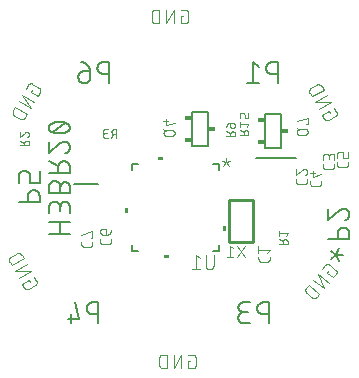
<source format=gbr>
G04 EAGLE Gerber RS-274X export*
G75*
%MOMM*%
%FSLAX34Y34*%
%LPD*%
%INSilkscreen Bottom*%
%IPPOS*%
%AMOC8*
5,1,8,0,0,1.08239X$1,22.5*%
G01*
%ADD10C,0.152400*%
%ADD11C,0.101600*%
%ADD12C,0.254000*%
%ADD13C,0.076200*%
%ADD14R,0.584200X0.457200*%

G36*
X-9009Y198757D02*
X-9009Y198757D01*
X-9006Y198756D01*
X-8963Y198776D01*
X-8920Y198794D01*
X-8919Y198796D01*
X-8917Y198797D01*
X-8884Y198882D01*
X-8884Y201422D01*
X-8885Y201424D01*
X-8884Y201426D01*
X-8904Y201469D01*
X-8923Y201513D01*
X-8925Y201513D01*
X-8926Y201515D01*
X-9011Y201548D01*
X-12821Y201548D01*
X-12823Y201547D01*
X-12825Y201548D01*
X-12868Y201528D01*
X-12911Y201510D01*
X-12912Y201508D01*
X-12914Y201507D01*
X-12947Y201422D01*
X-12947Y198882D01*
X-12946Y198880D01*
X-12947Y198878D01*
X-12927Y198835D01*
X-12908Y198791D01*
X-12906Y198791D01*
X-12905Y198789D01*
X-12821Y198756D01*
X-9011Y198756D01*
X-9009Y198757D01*
G37*
G36*
X-38543Y154219D02*
X-38543Y154219D01*
X-38540Y154218D01*
X-38497Y154238D01*
X-38454Y154256D01*
X-38453Y154258D01*
X-38451Y154259D01*
X-38418Y154344D01*
X-38418Y158154D01*
X-38419Y158156D01*
X-38418Y158158D01*
X-38438Y158201D01*
X-38457Y158245D01*
X-38459Y158245D01*
X-38460Y158247D01*
X-38545Y158280D01*
X-41085Y158280D01*
X-41087Y158279D01*
X-41089Y158280D01*
X-41132Y158260D01*
X-41175Y158242D01*
X-41176Y158240D01*
X-41178Y158239D01*
X-41211Y158154D01*
X-41211Y154344D01*
X-41210Y154342D01*
X-41211Y154340D01*
X-41191Y154297D01*
X-41172Y154253D01*
X-41170Y154253D01*
X-41169Y154251D01*
X-41085Y154218D01*
X-38545Y154218D01*
X-38543Y154219D01*
G37*
G36*
X44262Y139216D02*
X44262Y139216D01*
X44264Y139215D01*
X44307Y139235D01*
X44350Y139253D01*
X44351Y139255D01*
X44353Y139256D01*
X44386Y139341D01*
X44386Y143151D01*
X44385Y143153D01*
X44386Y143155D01*
X44366Y143198D01*
X44347Y143242D01*
X44345Y143242D01*
X44344Y143244D01*
X44260Y143277D01*
X41720Y143277D01*
X41718Y143276D01*
X41715Y143277D01*
X41672Y143257D01*
X41629Y143239D01*
X41628Y143237D01*
X41626Y143236D01*
X41593Y143151D01*
X41593Y139341D01*
X41594Y139339D01*
X41593Y139337D01*
X41613Y139294D01*
X41632Y139250D01*
X41634Y139250D01*
X41635Y139248D01*
X41720Y139215D01*
X44260Y139215D01*
X44262Y139216D01*
G37*
G36*
X-4008Y115953D02*
X-4008Y115953D01*
X-4005Y115952D01*
X-3962Y115972D01*
X-3919Y115990D01*
X-3918Y115992D01*
X-3916Y115993D01*
X-3883Y116078D01*
X-3883Y118618D01*
X-3884Y118620D01*
X-3883Y118622D01*
X-3903Y118665D01*
X-3922Y118709D01*
X-3924Y118709D01*
X-3925Y118711D01*
X-4010Y118744D01*
X-7820Y118744D01*
X-7822Y118743D01*
X-7824Y118744D01*
X-7867Y118724D01*
X-7910Y118706D01*
X-7911Y118704D01*
X-7913Y118703D01*
X-7946Y118618D01*
X-7946Y116078D01*
X-7945Y116076D01*
X-7946Y116074D01*
X-7926Y116031D01*
X-7907Y115987D01*
X-7905Y115987D01*
X-7904Y115985D01*
X-7820Y115952D01*
X-4010Y115952D01*
X-4008Y115953D01*
G37*
D10*
X88138Y264287D02*
X88138Y282067D01*
X83199Y282067D01*
X83059Y282065D01*
X82920Y282059D01*
X82780Y282049D01*
X82641Y282035D01*
X82502Y282018D01*
X82364Y281996D01*
X82227Y281970D01*
X82090Y281941D01*
X81954Y281908D01*
X81820Y281871D01*
X81686Y281830D01*
X81554Y281785D01*
X81422Y281736D01*
X81293Y281684D01*
X81165Y281629D01*
X81038Y281569D01*
X80913Y281506D01*
X80790Y281440D01*
X80669Y281370D01*
X80550Y281297D01*
X80433Y281220D01*
X80319Y281140D01*
X80206Y281057D01*
X80096Y280971D01*
X79989Y280881D01*
X79884Y280789D01*
X79782Y280694D01*
X79682Y280596D01*
X79585Y280495D01*
X79491Y280391D01*
X79401Y280285D01*
X79313Y280176D01*
X79228Y280065D01*
X79147Y279951D01*
X79068Y279836D01*
X78993Y279718D01*
X78922Y279598D01*
X78854Y279475D01*
X78789Y279352D01*
X78728Y279226D01*
X78670Y279098D01*
X78616Y278970D01*
X78566Y278839D01*
X78519Y278707D01*
X78476Y278574D01*
X78437Y278440D01*
X78402Y278305D01*
X78371Y278169D01*
X78343Y278031D01*
X78320Y277894D01*
X78300Y277755D01*
X78284Y277616D01*
X78272Y277477D01*
X78264Y277338D01*
X78260Y277198D01*
X78260Y277058D01*
X78264Y276918D01*
X78272Y276779D01*
X78284Y276640D01*
X78300Y276501D01*
X78320Y276362D01*
X78343Y276225D01*
X78371Y276087D01*
X78402Y275951D01*
X78437Y275816D01*
X78476Y275682D01*
X78519Y275549D01*
X78566Y275417D01*
X78616Y275286D01*
X78670Y275158D01*
X78728Y275030D01*
X78789Y274904D01*
X78854Y274781D01*
X78922Y274659D01*
X78993Y274538D01*
X79068Y274420D01*
X79147Y274305D01*
X79228Y274191D01*
X79313Y274080D01*
X79401Y273971D01*
X79491Y273865D01*
X79585Y273761D01*
X79682Y273660D01*
X79782Y273562D01*
X79884Y273467D01*
X79989Y273375D01*
X80096Y273285D01*
X80206Y273199D01*
X80319Y273116D01*
X80433Y273036D01*
X80550Y272959D01*
X80669Y272886D01*
X80790Y272816D01*
X80913Y272750D01*
X81038Y272687D01*
X81165Y272627D01*
X81293Y272572D01*
X81422Y272520D01*
X81554Y272471D01*
X81686Y272426D01*
X81820Y272385D01*
X81954Y272348D01*
X82090Y272315D01*
X82227Y272286D01*
X82364Y272260D01*
X82502Y272238D01*
X82641Y272221D01*
X82780Y272207D01*
X82920Y272197D01*
X83059Y272191D01*
X83199Y272189D01*
X88138Y272189D01*
X72143Y278116D02*
X67204Y282067D01*
X67204Y264287D01*
X72143Y264287D02*
X62265Y264287D01*
X137851Y118907D02*
X143778Y118907D01*
X137851Y118907D02*
X133406Y122365D01*
X137851Y118907D02*
X133406Y115450D01*
X137851Y118907D02*
X139827Y124340D01*
X137851Y118907D02*
X139827Y113475D01*
X130937Y132033D02*
X148717Y132033D01*
X148717Y136971D01*
X148715Y137111D01*
X148709Y137250D01*
X148699Y137390D01*
X148685Y137529D01*
X148668Y137668D01*
X148646Y137806D01*
X148620Y137943D01*
X148591Y138080D01*
X148558Y138216D01*
X148521Y138350D01*
X148480Y138484D01*
X148435Y138616D01*
X148386Y138748D01*
X148334Y138877D01*
X148279Y139005D01*
X148219Y139132D01*
X148156Y139257D01*
X148090Y139380D01*
X148020Y139501D01*
X147947Y139620D01*
X147870Y139737D01*
X147790Y139851D01*
X147707Y139964D01*
X147621Y140074D01*
X147531Y140181D01*
X147439Y140286D01*
X147344Y140388D01*
X147246Y140488D01*
X147145Y140585D01*
X147041Y140679D01*
X146935Y140769D01*
X146826Y140857D01*
X146715Y140942D01*
X146601Y141023D01*
X146486Y141102D01*
X146368Y141177D01*
X146248Y141248D01*
X146125Y141316D01*
X146002Y141381D01*
X145876Y141442D01*
X145748Y141500D01*
X145620Y141554D01*
X145489Y141604D01*
X145357Y141651D01*
X145224Y141694D01*
X145090Y141733D01*
X144955Y141768D01*
X144819Y141799D01*
X144681Y141827D01*
X144544Y141850D01*
X144405Y141870D01*
X144266Y141886D01*
X144127Y141898D01*
X143988Y141906D01*
X143848Y141910D01*
X143708Y141910D01*
X143568Y141906D01*
X143429Y141898D01*
X143290Y141886D01*
X143151Y141870D01*
X143012Y141850D01*
X142875Y141827D01*
X142737Y141799D01*
X142601Y141768D01*
X142466Y141733D01*
X142332Y141694D01*
X142199Y141651D01*
X142067Y141604D01*
X141936Y141554D01*
X141808Y141500D01*
X141680Y141442D01*
X141554Y141381D01*
X141431Y141316D01*
X141309Y141248D01*
X141188Y141177D01*
X141070Y141102D01*
X140955Y141023D01*
X140841Y140942D01*
X140730Y140857D01*
X140621Y140769D01*
X140515Y140679D01*
X140411Y140585D01*
X140310Y140488D01*
X140212Y140388D01*
X140117Y140286D01*
X140025Y140181D01*
X139935Y140074D01*
X139849Y139964D01*
X139766Y139851D01*
X139686Y139737D01*
X139609Y139620D01*
X139536Y139501D01*
X139466Y139380D01*
X139400Y139257D01*
X139337Y139132D01*
X139277Y139005D01*
X139222Y138877D01*
X139170Y138748D01*
X139121Y138616D01*
X139076Y138484D01*
X139035Y138350D01*
X138998Y138216D01*
X138965Y138080D01*
X138936Y137943D01*
X138910Y137806D01*
X138888Y137668D01*
X138871Y137529D01*
X138857Y137390D01*
X138847Y137250D01*
X138841Y137111D01*
X138839Y136971D01*
X138839Y132033D01*
X148717Y153460D02*
X148715Y153592D01*
X148709Y153723D01*
X148699Y153855D01*
X148686Y153986D01*
X148668Y154116D01*
X148647Y154246D01*
X148622Y154376D01*
X148593Y154504D01*
X148560Y154632D01*
X148523Y154758D01*
X148483Y154884D01*
X148439Y155008D01*
X148391Y155131D01*
X148340Y155252D01*
X148285Y155372D01*
X148227Y155490D01*
X148165Y155606D01*
X148099Y155720D01*
X148031Y155833D01*
X147959Y155943D01*
X147884Y156051D01*
X147805Y156157D01*
X147724Y156261D01*
X147639Y156362D01*
X147552Y156460D01*
X147461Y156556D01*
X147368Y156649D01*
X147272Y156740D01*
X147174Y156827D01*
X147073Y156912D01*
X146969Y156993D01*
X146863Y157072D01*
X146755Y157147D01*
X146645Y157219D01*
X146532Y157287D01*
X146418Y157353D01*
X146302Y157415D01*
X146184Y157473D01*
X146064Y157528D01*
X145943Y157579D01*
X145820Y157627D01*
X145696Y157671D01*
X145570Y157711D01*
X145444Y157748D01*
X145316Y157781D01*
X145188Y157810D01*
X145058Y157835D01*
X144928Y157856D01*
X144798Y157874D01*
X144667Y157887D01*
X144535Y157897D01*
X144404Y157903D01*
X144272Y157905D01*
X148717Y153460D02*
X148715Y153310D01*
X148709Y153161D01*
X148699Y153012D01*
X148686Y152863D01*
X148668Y152714D01*
X148647Y152566D01*
X148621Y152418D01*
X148592Y152272D01*
X148559Y152126D01*
X148522Y151981D01*
X148481Y151837D01*
X148437Y151694D01*
X148389Y151552D01*
X148337Y151412D01*
X148282Y151273D01*
X148223Y151135D01*
X148160Y151000D01*
X148094Y150865D01*
X148024Y150733D01*
X147951Y150603D01*
X147874Y150474D01*
X147794Y150347D01*
X147711Y150223D01*
X147625Y150101D01*
X147535Y149981D01*
X147442Y149864D01*
X147347Y149749D01*
X147248Y149636D01*
X147146Y149526D01*
X147042Y149419D01*
X146935Y149315D01*
X146825Y149213D01*
X146712Y149115D01*
X146597Y149019D01*
X146479Y148927D01*
X146359Y148837D01*
X146237Y148751D01*
X146113Y148668D01*
X145986Y148588D01*
X145858Y148512D01*
X145727Y148439D01*
X145594Y148369D01*
X145460Y148303D01*
X145324Y148241D01*
X145187Y148182D01*
X145048Y148126D01*
X144907Y148075D01*
X144766Y148027D01*
X140815Y156423D02*
X140908Y156519D01*
X141004Y156611D01*
X141103Y156701D01*
X141204Y156788D01*
X141307Y156873D01*
X141412Y156954D01*
X141520Y157032D01*
X141630Y157107D01*
X141742Y157180D01*
X141856Y157249D01*
X141972Y157315D01*
X142090Y157377D01*
X142209Y157436D01*
X142330Y157492D01*
X142453Y157545D01*
X142577Y157594D01*
X142702Y157639D01*
X142829Y157682D01*
X142956Y157720D01*
X143085Y157755D01*
X143214Y157786D01*
X143345Y157814D01*
X143476Y157838D01*
X143608Y157859D01*
X143740Y157875D01*
X143873Y157888D01*
X144006Y157898D01*
X144139Y157903D01*
X144272Y157905D01*
X140815Y156424D02*
X130937Y148028D01*
X130937Y157905D01*
X-113475Y163865D02*
X-131255Y163865D01*
X-113475Y163865D02*
X-113475Y168804D01*
X-113474Y168804D02*
X-113476Y168944D01*
X-113482Y169083D01*
X-113492Y169223D01*
X-113506Y169362D01*
X-113523Y169501D01*
X-113545Y169639D01*
X-113571Y169776D01*
X-113600Y169913D01*
X-113633Y170049D01*
X-113670Y170183D01*
X-113711Y170317D01*
X-113756Y170449D01*
X-113805Y170581D01*
X-113857Y170710D01*
X-113912Y170838D01*
X-113972Y170965D01*
X-114035Y171090D01*
X-114101Y171213D01*
X-114171Y171334D01*
X-114244Y171453D01*
X-114321Y171570D01*
X-114401Y171684D01*
X-114484Y171797D01*
X-114570Y171907D01*
X-114660Y172014D01*
X-114752Y172119D01*
X-114847Y172221D01*
X-114945Y172321D01*
X-115046Y172418D01*
X-115150Y172512D01*
X-115256Y172602D01*
X-115365Y172690D01*
X-115476Y172775D01*
X-115590Y172856D01*
X-115705Y172935D01*
X-115823Y173010D01*
X-115944Y173081D01*
X-116066Y173149D01*
X-116189Y173214D01*
X-116315Y173275D01*
X-116443Y173333D01*
X-116571Y173387D01*
X-116702Y173437D01*
X-116834Y173484D01*
X-116967Y173527D01*
X-117101Y173566D01*
X-117236Y173601D01*
X-117372Y173632D01*
X-117510Y173660D01*
X-117647Y173683D01*
X-117786Y173703D01*
X-117925Y173719D01*
X-118064Y173731D01*
X-118203Y173739D01*
X-118343Y173743D01*
X-118483Y173743D01*
X-118623Y173739D01*
X-118762Y173731D01*
X-118901Y173719D01*
X-119040Y173703D01*
X-119179Y173683D01*
X-119316Y173660D01*
X-119454Y173632D01*
X-119590Y173601D01*
X-119725Y173566D01*
X-119859Y173527D01*
X-119992Y173484D01*
X-120124Y173437D01*
X-120255Y173387D01*
X-120383Y173333D01*
X-120511Y173275D01*
X-120637Y173214D01*
X-120760Y173149D01*
X-120883Y173081D01*
X-121003Y173010D01*
X-121121Y172935D01*
X-121236Y172856D01*
X-121350Y172775D01*
X-121461Y172690D01*
X-121570Y172602D01*
X-121676Y172512D01*
X-121780Y172418D01*
X-121881Y172321D01*
X-121979Y172221D01*
X-122074Y172119D01*
X-122166Y172014D01*
X-122256Y171907D01*
X-122342Y171797D01*
X-122425Y171684D01*
X-122505Y171570D01*
X-122582Y171453D01*
X-122655Y171334D01*
X-122725Y171213D01*
X-122791Y171090D01*
X-122854Y170965D01*
X-122914Y170838D01*
X-122969Y170710D01*
X-123021Y170581D01*
X-123070Y170449D01*
X-123115Y170317D01*
X-123156Y170183D01*
X-123193Y170049D01*
X-123226Y169913D01*
X-123255Y169776D01*
X-123281Y169639D01*
X-123303Y169501D01*
X-123320Y169362D01*
X-123334Y169223D01*
X-123344Y169083D01*
X-123350Y168944D01*
X-123352Y168804D01*
X-123352Y163865D01*
X-131255Y179860D02*
X-131255Y185787D01*
X-131254Y185787D02*
X-131252Y185911D01*
X-131246Y186035D01*
X-131236Y186159D01*
X-131223Y186282D01*
X-131205Y186405D01*
X-131184Y186527D01*
X-131159Y186649D01*
X-131130Y186770D01*
X-131097Y186889D01*
X-131061Y187008D01*
X-131020Y187125D01*
X-130977Y187241D01*
X-130929Y187356D01*
X-130878Y187469D01*
X-130823Y187581D01*
X-130765Y187690D01*
X-130704Y187798D01*
X-130639Y187904D01*
X-130571Y188008D01*
X-130499Y188109D01*
X-130425Y188209D01*
X-130347Y188305D01*
X-130267Y188400D01*
X-130183Y188492D01*
X-130097Y188581D01*
X-130008Y188667D01*
X-129916Y188751D01*
X-129821Y188831D01*
X-129725Y188909D01*
X-129625Y188983D01*
X-129524Y189055D01*
X-129420Y189123D01*
X-129314Y189188D01*
X-129206Y189249D01*
X-129097Y189307D01*
X-128985Y189362D01*
X-128872Y189413D01*
X-128757Y189461D01*
X-128641Y189504D01*
X-128524Y189545D01*
X-128405Y189581D01*
X-128286Y189614D01*
X-128165Y189643D01*
X-128043Y189668D01*
X-127921Y189689D01*
X-127798Y189707D01*
X-127675Y189720D01*
X-127551Y189730D01*
X-127427Y189736D01*
X-127303Y189738D01*
X-125328Y189738D01*
X-125204Y189736D01*
X-125080Y189730D01*
X-124956Y189720D01*
X-124833Y189707D01*
X-124710Y189689D01*
X-124588Y189668D01*
X-124466Y189643D01*
X-124345Y189614D01*
X-124226Y189581D01*
X-124107Y189545D01*
X-123990Y189504D01*
X-123874Y189461D01*
X-123759Y189413D01*
X-123646Y189362D01*
X-123534Y189307D01*
X-123425Y189249D01*
X-123317Y189188D01*
X-123211Y189123D01*
X-123107Y189055D01*
X-123006Y188983D01*
X-122906Y188909D01*
X-122810Y188831D01*
X-122715Y188751D01*
X-122623Y188667D01*
X-122534Y188581D01*
X-122448Y188492D01*
X-122364Y188400D01*
X-122284Y188305D01*
X-122206Y188209D01*
X-122132Y188109D01*
X-122060Y188008D01*
X-121992Y187904D01*
X-121927Y187798D01*
X-121866Y187690D01*
X-121808Y187581D01*
X-121753Y187469D01*
X-121702Y187356D01*
X-121654Y187241D01*
X-121611Y187125D01*
X-121570Y187008D01*
X-121534Y186889D01*
X-121501Y186770D01*
X-121472Y186649D01*
X-121447Y186527D01*
X-121426Y186405D01*
X-121408Y186282D01*
X-121395Y186159D01*
X-121385Y186035D01*
X-121379Y185911D01*
X-121377Y185787D01*
X-121377Y179860D01*
X-113475Y179860D01*
X-113475Y189738D01*
X-63853Y78613D02*
X-63853Y60833D01*
X-63853Y78613D02*
X-68792Y78613D01*
X-68932Y78611D01*
X-69071Y78605D01*
X-69211Y78595D01*
X-69350Y78581D01*
X-69489Y78564D01*
X-69627Y78542D01*
X-69764Y78516D01*
X-69901Y78487D01*
X-70037Y78454D01*
X-70171Y78417D01*
X-70305Y78376D01*
X-70437Y78331D01*
X-70569Y78282D01*
X-70698Y78230D01*
X-70826Y78175D01*
X-70953Y78115D01*
X-71078Y78052D01*
X-71201Y77986D01*
X-71322Y77916D01*
X-71441Y77843D01*
X-71558Y77766D01*
X-71672Y77686D01*
X-71785Y77603D01*
X-71895Y77517D01*
X-72002Y77427D01*
X-72107Y77335D01*
X-72209Y77240D01*
X-72309Y77142D01*
X-72406Y77041D01*
X-72500Y76937D01*
X-72590Y76831D01*
X-72678Y76722D01*
X-72763Y76611D01*
X-72844Y76497D01*
X-72923Y76382D01*
X-72998Y76264D01*
X-73069Y76143D01*
X-73137Y76021D01*
X-73202Y75898D01*
X-73263Y75772D01*
X-73321Y75644D01*
X-73375Y75516D01*
X-73425Y75385D01*
X-73472Y75253D01*
X-73515Y75120D01*
X-73554Y74986D01*
X-73589Y74851D01*
X-73620Y74715D01*
X-73648Y74577D01*
X-73671Y74440D01*
X-73691Y74301D01*
X-73707Y74162D01*
X-73719Y74023D01*
X-73727Y73884D01*
X-73731Y73744D01*
X-73731Y73604D01*
X-73727Y73464D01*
X-73719Y73325D01*
X-73707Y73186D01*
X-73691Y73047D01*
X-73671Y72908D01*
X-73648Y72771D01*
X-73620Y72633D01*
X-73589Y72497D01*
X-73554Y72362D01*
X-73515Y72228D01*
X-73472Y72095D01*
X-73425Y71963D01*
X-73375Y71832D01*
X-73321Y71704D01*
X-73263Y71576D01*
X-73202Y71450D01*
X-73137Y71327D01*
X-73069Y71204D01*
X-72998Y71084D01*
X-72923Y70966D01*
X-72844Y70851D01*
X-72763Y70737D01*
X-72678Y70626D01*
X-72590Y70517D01*
X-72500Y70411D01*
X-72406Y70307D01*
X-72309Y70206D01*
X-72209Y70108D01*
X-72107Y70013D01*
X-72002Y69921D01*
X-71895Y69831D01*
X-71785Y69745D01*
X-71672Y69662D01*
X-71558Y69582D01*
X-71441Y69505D01*
X-71322Y69432D01*
X-71201Y69362D01*
X-71078Y69296D01*
X-70953Y69233D01*
X-70826Y69173D01*
X-70698Y69118D01*
X-70569Y69066D01*
X-70437Y69017D01*
X-70305Y68972D01*
X-70171Y68931D01*
X-70037Y68894D01*
X-69901Y68861D01*
X-69764Y68832D01*
X-69627Y68806D01*
X-69489Y68784D01*
X-69350Y68767D01*
X-69211Y68753D01*
X-69071Y68743D01*
X-68932Y68737D01*
X-68792Y68735D01*
X-63853Y68735D01*
X-79848Y64784D02*
X-83799Y78613D01*
X-79848Y64784D02*
X-89726Y64784D01*
X-86762Y68735D02*
X-86762Y60833D01*
X80610Y60833D02*
X80610Y78613D01*
X75671Y78613D01*
X75531Y78611D01*
X75392Y78605D01*
X75252Y78595D01*
X75113Y78581D01*
X74974Y78564D01*
X74836Y78542D01*
X74699Y78516D01*
X74562Y78487D01*
X74426Y78454D01*
X74292Y78417D01*
X74158Y78376D01*
X74026Y78331D01*
X73894Y78282D01*
X73765Y78230D01*
X73637Y78175D01*
X73510Y78115D01*
X73385Y78052D01*
X73262Y77986D01*
X73141Y77916D01*
X73022Y77843D01*
X72905Y77766D01*
X72791Y77686D01*
X72678Y77603D01*
X72568Y77517D01*
X72461Y77427D01*
X72356Y77335D01*
X72254Y77240D01*
X72154Y77142D01*
X72057Y77041D01*
X71963Y76937D01*
X71873Y76831D01*
X71785Y76722D01*
X71700Y76611D01*
X71619Y76497D01*
X71540Y76382D01*
X71465Y76264D01*
X71394Y76143D01*
X71326Y76021D01*
X71261Y75898D01*
X71200Y75772D01*
X71142Y75644D01*
X71088Y75516D01*
X71038Y75385D01*
X70991Y75253D01*
X70948Y75120D01*
X70909Y74986D01*
X70874Y74851D01*
X70843Y74715D01*
X70815Y74577D01*
X70792Y74440D01*
X70772Y74301D01*
X70756Y74162D01*
X70744Y74023D01*
X70736Y73884D01*
X70732Y73744D01*
X70732Y73604D01*
X70736Y73464D01*
X70744Y73325D01*
X70756Y73186D01*
X70772Y73047D01*
X70792Y72908D01*
X70815Y72771D01*
X70843Y72633D01*
X70874Y72497D01*
X70909Y72362D01*
X70948Y72228D01*
X70991Y72095D01*
X71038Y71963D01*
X71088Y71832D01*
X71142Y71704D01*
X71200Y71576D01*
X71261Y71450D01*
X71326Y71327D01*
X71394Y71204D01*
X71465Y71084D01*
X71540Y70966D01*
X71619Y70851D01*
X71700Y70737D01*
X71785Y70626D01*
X71873Y70517D01*
X71963Y70411D01*
X72057Y70307D01*
X72154Y70206D01*
X72254Y70108D01*
X72356Y70013D01*
X72461Y69921D01*
X72568Y69831D01*
X72678Y69745D01*
X72791Y69662D01*
X72905Y69582D01*
X73022Y69505D01*
X73141Y69432D01*
X73262Y69362D01*
X73385Y69296D01*
X73510Y69233D01*
X73637Y69173D01*
X73765Y69118D01*
X73894Y69066D01*
X74026Y69017D01*
X74158Y68972D01*
X74292Y68931D01*
X74426Y68894D01*
X74562Y68861D01*
X74699Y68832D01*
X74836Y68806D01*
X74974Y68784D01*
X75113Y68767D01*
X75252Y68753D01*
X75392Y68743D01*
X75531Y68737D01*
X75671Y68735D01*
X80610Y68735D01*
X64615Y60833D02*
X59676Y60833D01*
X59536Y60835D01*
X59397Y60841D01*
X59257Y60851D01*
X59118Y60865D01*
X58979Y60882D01*
X58841Y60904D01*
X58704Y60930D01*
X58567Y60959D01*
X58431Y60992D01*
X58297Y61029D01*
X58163Y61070D01*
X58031Y61115D01*
X57899Y61164D01*
X57770Y61216D01*
X57642Y61271D01*
X57515Y61331D01*
X57390Y61394D01*
X57267Y61460D01*
X57146Y61530D01*
X57027Y61603D01*
X56910Y61680D01*
X56796Y61760D01*
X56683Y61843D01*
X56573Y61929D01*
X56466Y62019D01*
X56361Y62111D01*
X56259Y62206D01*
X56159Y62304D01*
X56062Y62405D01*
X55968Y62509D01*
X55878Y62615D01*
X55790Y62724D01*
X55705Y62835D01*
X55624Y62949D01*
X55545Y63064D01*
X55470Y63182D01*
X55399Y63302D01*
X55331Y63425D01*
X55266Y63548D01*
X55205Y63674D01*
X55147Y63802D01*
X55093Y63930D01*
X55043Y64061D01*
X54996Y64193D01*
X54953Y64326D01*
X54914Y64460D01*
X54879Y64595D01*
X54848Y64731D01*
X54820Y64869D01*
X54797Y65006D01*
X54777Y65145D01*
X54761Y65284D01*
X54749Y65423D01*
X54741Y65562D01*
X54737Y65702D01*
X54737Y65842D01*
X54741Y65982D01*
X54749Y66121D01*
X54761Y66260D01*
X54777Y66399D01*
X54797Y66538D01*
X54820Y66675D01*
X54848Y66813D01*
X54879Y66949D01*
X54914Y67084D01*
X54953Y67218D01*
X54996Y67351D01*
X55043Y67483D01*
X55093Y67614D01*
X55147Y67742D01*
X55205Y67870D01*
X55266Y67996D01*
X55331Y68119D01*
X55399Y68241D01*
X55470Y68362D01*
X55545Y68480D01*
X55624Y68595D01*
X55705Y68709D01*
X55790Y68820D01*
X55878Y68929D01*
X55968Y69035D01*
X56062Y69139D01*
X56159Y69240D01*
X56259Y69338D01*
X56361Y69433D01*
X56466Y69525D01*
X56573Y69615D01*
X56683Y69701D01*
X56796Y69784D01*
X56910Y69864D01*
X57027Y69941D01*
X57146Y70014D01*
X57267Y70084D01*
X57390Y70150D01*
X57515Y70213D01*
X57642Y70273D01*
X57770Y70328D01*
X57899Y70380D01*
X58031Y70429D01*
X58163Y70474D01*
X58297Y70515D01*
X58431Y70552D01*
X58567Y70585D01*
X58704Y70614D01*
X58841Y70640D01*
X58979Y70662D01*
X59118Y70679D01*
X59257Y70693D01*
X59397Y70703D01*
X59536Y70709D01*
X59676Y70711D01*
X58688Y78613D02*
X64615Y78613D01*
X58688Y78613D02*
X58564Y78611D01*
X58440Y78605D01*
X58316Y78595D01*
X58193Y78582D01*
X58070Y78564D01*
X57948Y78543D01*
X57826Y78518D01*
X57705Y78489D01*
X57586Y78456D01*
X57467Y78420D01*
X57350Y78379D01*
X57234Y78336D01*
X57119Y78288D01*
X57006Y78237D01*
X56894Y78182D01*
X56785Y78124D01*
X56677Y78063D01*
X56571Y77998D01*
X56467Y77930D01*
X56366Y77858D01*
X56266Y77784D01*
X56170Y77706D01*
X56075Y77626D01*
X55983Y77542D01*
X55894Y77456D01*
X55808Y77367D01*
X55724Y77275D01*
X55644Y77180D01*
X55566Y77084D01*
X55492Y76984D01*
X55420Y76883D01*
X55352Y76779D01*
X55287Y76673D01*
X55226Y76565D01*
X55168Y76456D01*
X55113Y76344D01*
X55062Y76231D01*
X55014Y76116D01*
X54971Y76000D01*
X54930Y75883D01*
X54894Y75764D01*
X54861Y75645D01*
X54832Y75524D01*
X54807Y75402D01*
X54786Y75280D01*
X54768Y75157D01*
X54755Y75034D01*
X54745Y74910D01*
X54739Y74786D01*
X54737Y74662D01*
X54739Y74538D01*
X54745Y74414D01*
X54755Y74290D01*
X54768Y74167D01*
X54786Y74044D01*
X54807Y73922D01*
X54832Y73800D01*
X54861Y73679D01*
X54894Y73560D01*
X54930Y73441D01*
X54971Y73324D01*
X55014Y73208D01*
X55062Y73093D01*
X55113Y72980D01*
X55168Y72868D01*
X55226Y72759D01*
X55287Y72651D01*
X55352Y72545D01*
X55420Y72441D01*
X55492Y72340D01*
X55566Y72240D01*
X55644Y72144D01*
X55724Y72049D01*
X55808Y71957D01*
X55894Y71868D01*
X55983Y71782D01*
X56075Y71698D01*
X56170Y71618D01*
X56266Y71540D01*
X56366Y71466D01*
X56467Y71394D01*
X56571Y71326D01*
X56677Y71261D01*
X56785Y71200D01*
X56894Y71142D01*
X57006Y71087D01*
X57119Y71036D01*
X57234Y70988D01*
X57350Y70945D01*
X57467Y70904D01*
X57586Y70868D01*
X57705Y70835D01*
X57826Y70806D01*
X57948Y70781D01*
X58070Y70760D01*
X58193Y70742D01*
X58316Y70729D01*
X58440Y70719D01*
X58564Y70713D01*
X58688Y70711D01*
X62639Y70711D01*
X-87948Y136777D02*
X-105728Y136777D01*
X-95850Y136777D02*
X-95850Y146654D01*
X-87948Y146654D02*
X-105728Y146654D01*
X-105728Y154085D02*
X-105728Y159024D01*
X-105726Y159164D01*
X-105720Y159303D01*
X-105710Y159443D01*
X-105696Y159582D01*
X-105679Y159721D01*
X-105657Y159859D01*
X-105631Y159996D01*
X-105602Y160133D01*
X-105569Y160269D01*
X-105532Y160403D01*
X-105491Y160537D01*
X-105446Y160669D01*
X-105397Y160801D01*
X-105345Y160930D01*
X-105290Y161058D01*
X-105230Y161185D01*
X-105167Y161310D01*
X-105101Y161433D01*
X-105031Y161554D01*
X-104958Y161673D01*
X-104881Y161790D01*
X-104801Y161904D01*
X-104718Y162017D01*
X-104632Y162127D01*
X-104542Y162234D01*
X-104450Y162339D01*
X-104355Y162441D01*
X-104257Y162541D01*
X-104156Y162638D01*
X-104052Y162732D01*
X-103946Y162822D01*
X-103837Y162910D01*
X-103726Y162995D01*
X-103612Y163076D01*
X-103497Y163155D01*
X-103379Y163230D01*
X-103259Y163301D01*
X-103136Y163369D01*
X-103013Y163434D01*
X-102887Y163495D01*
X-102759Y163553D01*
X-102631Y163607D01*
X-102500Y163657D01*
X-102368Y163704D01*
X-102235Y163747D01*
X-102101Y163786D01*
X-101966Y163821D01*
X-101830Y163852D01*
X-101692Y163880D01*
X-101555Y163903D01*
X-101416Y163923D01*
X-101277Y163939D01*
X-101138Y163951D01*
X-100999Y163959D01*
X-100859Y163963D01*
X-100719Y163963D01*
X-100579Y163959D01*
X-100440Y163951D01*
X-100301Y163939D01*
X-100162Y163923D01*
X-100023Y163903D01*
X-99886Y163880D01*
X-99748Y163852D01*
X-99612Y163821D01*
X-99477Y163786D01*
X-99343Y163747D01*
X-99210Y163704D01*
X-99078Y163657D01*
X-98947Y163607D01*
X-98819Y163553D01*
X-98691Y163495D01*
X-98565Y163434D01*
X-98442Y163369D01*
X-98320Y163301D01*
X-98199Y163230D01*
X-98081Y163155D01*
X-97966Y163076D01*
X-97852Y162995D01*
X-97741Y162910D01*
X-97632Y162822D01*
X-97526Y162732D01*
X-97422Y162638D01*
X-97321Y162541D01*
X-97223Y162441D01*
X-97128Y162339D01*
X-97036Y162234D01*
X-96946Y162127D01*
X-96860Y162017D01*
X-96777Y161904D01*
X-96697Y161790D01*
X-96620Y161673D01*
X-96547Y161554D01*
X-96477Y161433D01*
X-96411Y161310D01*
X-96348Y161185D01*
X-96288Y161058D01*
X-96233Y160930D01*
X-96181Y160801D01*
X-96132Y160669D01*
X-96087Y160537D01*
X-96046Y160403D01*
X-96009Y160269D01*
X-95976Y160133D01*
X-95947Y159996D01*
X-95921Y159859D01*
X-95899Y159721D01*
X-95882Y159582D01*
X-95868Y159443D01*
X-95858Y159303D01*
X-95852Y159164D01*
X-95850Y159024D01*
X-87948Y160012D02*
X-87948Y154085D01*
X-87948Y160012D02*
X-87950Y160136D01*
X-87956Y160260D01*
X-87966Y160384D01*
X-87979Y160507D01*
X-87997Y160630D01*
X-88018Y160752D01*
X-88043Y160874D01*
X-88072Y160995D01*
X-88105Y161114D01*
X-88141Y161233D01*
X-88182Y161350D01*
X-88225Y161466D01*
X-88273Y161581D01*
X-88324Y161694D01*
X-88379Y161806D01*
X-88437Y161915D01*
X-88498Y162023D01*
X-88563Y162129D01*
X-88631Y162233D01*
X-88703Y162334D01*
X-88777Y162434D01*
X-88855Y162530D01*
X-88935Y162625D01*
X-89019Y162717D01*
X-89105Y162806D01*
X-89194Y162892D01*
X-89286Y162976D01*
X-89381Y163056D01*
X-89477Y163134D01*
X-89577Y163208D01*
X-89678Y163280D01*
X-89782Y163348D01*
X-89888Y163413D01*
X-89996Y163474D01*
X-90105Y163532D01*
X-90217Y163587D01*
X-90330Y163638D01*
X-90445Y163686D01*
X-90561Y163729D01*
X-90678Y163770D01*
X-90797Y163806D01*
X-90916Y163839D01*
X-91037Y163868D01*
X-91159Y163893D01*
X-91281Y163914D01*
X-91404Y163932D01*
X-91527Y163945D01*
X-91651Y163955D01*
X-91775Y163961D01*
X-91899Y163963D01*
X-92023Y163961D01*
X-92147Y163955D01*
X-92271Y163945D01*
X-92394Y163932D01*
X-92517Y163914D01*
X-92639Y163893D01*
X-92761Y163868D01*
X-92882Y163839D01*
X-93001Y163806D01*
X-93120Y163770D01*
X-93237Y163729D01*
X-93353Y163686D01*
X-93468Y163638D01*
X-93581Y163587D01*
X-93693Y163532D01*
X-93802Y163474D01*
X-93910Y163413D01*
X-94016Y163348D01*
X-94120Y163280D01*
X-94221Y163208D01*
X-94321Y163134D01*
X-94417Y163056D01*
X-94512Y162976D01*
X-94604Y162892D01*
X-94693Y162806D01*
X-94779Y162717D01*
X-94863Y162625D01*
X-94943Y162530D01*
X-95021Y162434D01*
X-95095Y162334D01*
X-95167Y162233D01*
X-95235Y162129D01*
X-95300Y162023D01*
X-95361Y161915D01*
X-95419Y161806D01*
X-95474Y161694D01*
X-95525Y161581D01*
X-95573Y161466D01*
X-95616Y161350D01*
X-95657Y161233D01*
X-95693Y161114D01*
X-95726Y160995D01*
X-95755Y160874D01*
X-95780Y160752D01*
X-95801Y160630D01*
X-95819Y160507D01*
X-95832Y160384D01*
X-95842Y160260D01*
X-95848Y160136D01*
X-95850Y160012D01*
X-95850Y156061D01*
X-95850Y171591D02*
X-95850Y176530D01*
X-95852Y176670D01*
X-95858Y176809D01*
X-95868Y176949D01*
X-95882Y177088D01*
X-95899Y177227D01*
X-95921Y177365D01*
X-95947Y177502D01*
X-95976Y177639D01*
X-96009Y177775D01*
X-96046Y177909D01*
X-96087Y178043D01*
X-96132Y178175D01*
X-96181Y178307D01*
X-96233Y178436D01*
X-96288Y178564D01*
X-96348Y178691D01*
X-96411Y178816D01*
X-96477Y178939D01*
X-96547Y179060D01*
X-96620Y179179D01*
X-96697Y179296D01*
X-96777Y179410D01*
X-96860Y179523D01*
X-96946Y179633D01*
X-97036Y179740D01*
X-97128Y179845D01*
X-97223Y179947D01*
X-97321Y180047D01*
X-97422Y180144D01*
X-97526Y180238D01*
X-97632Y180328D01*
X-97741Y180416D01*
X-97852Y180501D01*
X-97966Y180582D01*
X-98081Y180661D01*
X-98199Y180736D01*
X-98320Y180807D01*
X-98442Y180875D01*
X-98565Y180940D01*
X-98691Y181001D01*
X-98819Y181059D01*
X-98947Y181113D01*
X-99078Y181163D01*
X-99210Y181210D01*
X-99343Y181253D01*
X-99477Y181292D01*
X-99612Y181327D01*
X-99748Y181358D01*
X-99886Y181386D01*
X-100023Y181409D01*
X-100162Y181429D01*
X-100301Y181445D01*
X-100440Y181457D01*
X-100579Y181465D01*
X-100719Y181469D01*
X-100859Y181469D01*
X-100999Y181465D01*
X-101138Y181457D01*
X-101277Y181445D01*
X-101416Y181429D01*
X-101555Y181409D01*
X-101692Y181386D01*
X-101830Y181358D01*
X-101966Y181327D01*
X-102101Y181292D01*
X-102235Y181253D01*
X-102368Y181210D01*
X-102500Y181163D01*
X-102631Y181113D01*
X-102759Y181059D01*
X-102887Y181001D01*
X-103013Y180940D01*
X-103136Y180875D01*
X-103259Y180807D01*
X-103379Y180736D01*
X-103497Y180661D01*
X-103612Y180582D01*
X-103726Y180501D01*
X-103837Y180416D01*
X-103946Y180328D01*
X-104052Y180238D01*
X-104156Y180144D01*
X-104257Y180047D01*
X-104355Y179947D01*
X-104450Y179845D01*
X-104542Y179740D01*
X-104632Y179633D01*
X-104718Y179523D01*
X-104801Y179410D01*
X-104881Y179296D01*
X-104958Y179179D01*
X-105031Y179060D01*
X-105101Y178939D01*
X-105167Y178816D01*
X-105230Y178691D01*
X-105290Y178564D01*
X-105345Y178436D01*
X-105397Y178307D01*
X-105446Y178175D01*
X-105491Y178043D01*
X-105532Y177909D01*
X-105569Y177775D01*
X-105602Y177639D01*
X-105631Y177502D01*
X-105657Y177365D01*
X-105679Y177227D01*
X-105696Y177088D01*
X-105710Y176949D01*
X-105720Y176809D01*
X-105726Y176670D01*
X-105728Y176530D01*
X-105728Y171591D01*
X-87948Y171591D01*
X-87948Y176530D01*
X-87950Y176654D01*
X-87956Y176778D01*
X-87966Y176902D01*
X-87979Y177025D01*
X-87997Y177148D01*
X-88018Y177270D01*
X-88043Y177392D01*
X-88072Y177513D01*
X-88105Y177632D01*
X-88141Y177751D01*
X-88182Y177868D01*
X-88225Y177984D01*
X-88273Y178099D01*
X-88324Y178212D01*
X-88379Y178324D01*
X-88437Y178433D01*
X-88498Y178541D01*
X-88563Y178647D01*
X-88631Y178751D01*
X-88703Y178852D01*
X-88777Y178952D01*
X-88855Y179048D01*
X-88935Y179143D01*
X-89019Y179235D01*
X-89105Y179324D01*
X-89194Y179410D01*
X-89286Y179494D01*
X-89381Y179574D01*
X-89477Y179652D01*
X-89577Y179726D01*
X-89678Y179798D01*
X-89782Y179866D01*
X-89888Y179931D01*
X-89996Y179992D01*
X-90105Y180050D01*
X-90217Y180105D01*
X-90330Y180156D01*
X-90445Y180204D01*
X-90561Y180247D01*
X-90678Y180288D01*
X-90797Y180324D01*
X-90916Y180357D01*
X-91037Y180386D01*
X-91159Y180411D01*
X-91281Y180432D01*
X-91404Y180450D01*
X-91527Y180463D01*
X-91651Y180473D01*
X-91775Y180479D01*
X-91899Y180481D01*
X-92023Y180479D01*
X-92147Y180473D01*
X-92271Y180463D01*
X-92394Y180450D01*
X-92517Y180432D01*
X-92639Y180411D01*
X-92761Y180386D01*
X-92882Y180357D01*
X-93001Y180324D01*
X-93120Y180288D01*
X-93237Y180247D01*
X-93353Y180204D01*
X-93468Y180156D01*
X-93581Y180105D01*
X-93693Y180050D01*
X-93802Y179992D01*
X-93910Y179931D01*
X-94016Y179866D01*
X-94120Y179798D01*
X-94221Y179726D01*
X-94321Y179652D01*
X-94417Y179574D01*
X-94512Y179494D01*
X-94604Y179410D01*
X-94693Y179324D01*
X-94779Y179235D01*
X-94863Y179143D01*
X-94943Y179048D01*
X-95021Y178952D01*
X-95095Y178852D01*
X-95167Y178751D01*
X-95235Y178647D01*
X-95300Y178541D01*
X-95361Y178433D01*
X-95419Y178324D01*
X-95474Y178212D01*
X-95525Y178099D01*
X-95573Y177984D01*
X-95616Y177868D01*
X-95657Y177751D01*
X-95693Y177632D01*
X-95726Y177513D01*
X-95755Y177392D01*
X-95780Y177270D01*
X-95801Y177148D01*
X-95819Y177025D01*
X-95832Y176902D01*
X-95842Y176778D01*
X-95848Y176654D01*
X-95850Y176530D01*
X-87948Y188230D02*
X-105728Y188230D01*
X-87948Y188230D02*
X-87948Y193169D01*
X-87947Y193169D02*
X-87949Y193309D01*
X-87955Y193448D01*
X-87965Y193588D01*
X-87979Y193727D01*
X-87996Y193866D01*
X-88018Y194004D01*
X-88044Y194141D01*
X-88073Y194278D01*
X-88106Y194414D01*
X-88143Y194548D01*
X-88184Y194682D01*
X-88229Y194814D01*
X-88278Y194946D01*
X-88330Y195075D01*
X-88385Y195203D01*
X-88445Y195330D01*
X-88508Y195455D01*
X-88574Y195578D01*
X-88644Y195699D01*
X-88717Y195818D01*
X-88794Y195935D01*
X-88874Y196049D01*
X-88957Y196162D01*
X-89043Y196272D01*
X-89133Y196379D01*
X-89225Y196484D01*
X-89320Y196586D01*
X-89418Y196686D01*
X-89519Y196783D01*
X-89623Y196877D01*
X-89729Y196967D01*
X-89838Y197055D01*
X-89949Y197140D01*
X-90063Y197221D01*
X-90178Y197300D01*
X-90296Y197375D01*
X-90417Y197446D01*
X-90539Y197514D01*
X-90662Y197579D01*
X-90788Y197640D01*
X-90916Y197698D01*
X-91044Y197752D01*
X-91175Y197802D01*
X-91307Y197849D01*
X-91440Y197892D01*
X-91574Y197931D01*
X-91709Y197966D01*
X-91845Y197997D01*
X-91983Y198025D01*
X-92120Y198048D01*
X-92259Y198068D01*
X-92398Y198084D01*
X-92537Y198096D01*
X-92676Y198104D01*
X-92816Y198108D01*
X-92956Y198108D01*
X-93096Y198104D01*
X-93235Y198096D01*
X-93374Y198084D01*
X-93513Y198068D01*
X-93652Y198048D01*
X-93789Y198025D01*
X-93927Y197997D01*
X-94063Y197966D01*
X-94198Y197931D01*
X-94332Y197892D01*
X-94465Y197849D01*
X-94597Y197802D01*
X-94728Y197752D01*
X-94856Y197698D01*
X-94984Y197640D01*
X-95110Y197579D01*
X-95233Y197514D01*
X-95356Y197446D01*
X-95476Y197375D01*
X-95594Y197300D01*
X-95709Y197221D01*
X-95823Y197140D01*
X-95934Y197055D01*
X-96043Y196967D01*
X-96149Y196877D01*
X-96253Y196783D01*
X-96354Y196686D01*
X-96452Y196586D01*
X-96547Y196484D01*
X-96639Y196379D01*
X-96729Y196272D01*
X-96815Y196162D01*
X-96898Y196049D01*
X-96978Y195935D01*
X-97055Y195818D01*
X-97128Y195699D01*
X-97198Y195578D01*
X-97264Y195455D01*
X-97327Y195330D01*
X-97387Y195203D01*
X-97442Y195075D01*
X-97494Y194946D01*
X-97543Y194814D01*
X-97588Y194682D01*
X-97629Y194548D01*
X-97666Y194414D01*
X-97699Y194278D01*
X-97728Y194141D01*
X-97754Y194004D01*
X-97776Y193866D01*
X-97793Y193727D01*
X-97807Y193588D01*
X-97817Y193448D01*
X-97823Y193309D01*
X-97825Y193169D01*
X-97825Y188230D01*
X-97825Y194157D02*
X-105728Y198108D01*
X-92393Y214773D02*
X-92261Y214771D01*
X-92130Y214765D01*
X-91998Y214755D01*
X-91867Y214742D01*
X-91737Y214724D01*
X-91607Y214703D01*
X-91477Y214678D01*
X-91349Y214649D01*
X-91221Y214616D01*
X-91095Y214579D01*
X-90969Y214539D01*
X-90845Y214495D01*
X-90722Y214447D01*
X-90601Y214396D01*
X-90481Y214341D01*
X-90363Y214283D01*
X-90247Y214221D01*
X-90133Y214155D01*
X-90020Y214087D01*
X-89910Y214015D01*
X-89802Y213940D01*
X-89696Y213861D01*
X-89592Y213780D01*
X-89491Y213695D01*
X-89393Y213608D01*
X-89297Y213517D01*
X-89204Y213424D01*
X-89113Y213328D01*
X-89026Y213230D01*
X-88941Y213129D01*
X-88860Y213025D01*
X-88781Y212919D01*
X-88706Y212811D01*
X-88634Y212701D01*
X-88566Y212588D01*
X-88500Y212474D01*
X-88438Y212358D01*
X-88380Y212240D01*
X-88325Y212120D01*
X-88274Y211999D01*
X-88226Y211876D01*
X-88182Y211752D01*
X-88142Y211626D01*
X-88105Y211500D01*
X-88072Y211372D01*
X-88043Y211244D01*
X-88018Y211114D01*
X-87997Y210984D01*
X-87979Y210854D01*
X-87966Y210723D01*
X-87956Y210591D01*
X-87950Y210460D01*
X-87948Y210328D01*
X-87947Y210328D02*
X-87949Y210178D01*
X-87955Y210029D01*
X-87965Y209880D01*
X-87978Y209731D01*
X-87996Y209582D01*
X-88017Y209434D01*
X-88043Y209286D01*
X-88072Y209140D01*
X-88105Y208994D01*
X-88142Y208849D01*
X-88183Y208705D01*
X-88227Y208562D01*
X-88275Y208420D01*
X-88327Y208280D01*
X-88382Y208141D01*
X-88441Y208003D01*
X-88504Y207868D01*
X-88570Y207733D01*
X-88640Y207601D01*
X-88713Y207471D01*
X-88790Y207342D01*
X-88870Y207215D01*
X-88953Y207091D01*
X-89039Y206969D01*
X-89129Y206849D01*
X-89222Y206732D01*
X-89317Y206617D01*
X-89416Y206504D01*
X-89518Y206394D01*
X-89622Y206287D01*
X-89729Y206183D01*
X-89839Y206081D01*
X-89952Y205983D01*
X-90067Y205887D01*
X-90185Y205795D01*
X-90305Y205705D01*
X-90427Y205619D01*
X-90551Y205536D01*
X-90678Y205456D01*
X-90806Y205380D01*
X-90937Y205307D01*
X-91070Y205237D01*
X-91204Y205171D01*
X-91340Y205109D01*
X-91477Y205050D01*
X-91616Y204994D01*
X-91757Y204943D01*
X-91898Y204895D01*
X-95850Y213291D02*
X-95757Y213387D01*
X-95661Y213479D01*
X-95562Y213569D01*
X-95461Y213656D01*
X-95358Y213741D01*
X-95253Y213822D01*
X-95145Y213900D01*
X-95035Y213975D01*
X-94923Y214048D01*
X-94809Y214117D01*
X-94693Y214183D01*
X-94575Y214245D01*
X-94456Y214304D01*
X-94335Y214360D01*
X-94212Y214413D01*
X-94088Y214462D01*
X-93963Y214507D01*
X-93836Y214550D01*
X-93709Y214588D01*
X-93580Y214623D01*
X-93451Y214654D01*
X-93320Y214682D01*
X-93189Y214706D01*
X-93057Y214727D01*
X-92925Y214743D01*
X-92792Y214756D01*
X-92659Y214766D01*
X-92526Y214771D01*
X-92393Y214773D01*
X-95850Y213291D02*
X-105728Y204895D01*
X-105728Y214773D01*
X-96838Y221646D02*
X-96488Y221650D01*
X-96139Y221663D01*
X-95790Y221684D01*
X-95441Y221713D01*
X-95093Y221750D01*
X-94746Y221796D01*
X-94401Y221850D01*
X-94057Y221912D01*
X-93714Y221983D01*
X-93373Y222062D01*
X-93034Y222148D01*
X-92698Y222243D01*
X-92363Y222346D01*
X-92032Y222457D01*
X-91703Y222575D01*
X-91376Y222702D01*
X-91053Y222836D01*
X-90734Y222978D01*
X-90417Y223128D01*
X-90417Y223127D02*
X-90304Y223167D01*
X-90194Y223211D01*
X-90084Y223259D01*
X-89977Y223310D01*
X-89871Y223365D01*
X-89766Y223423D01*
X-89664Y223485D01*
X-89564Y223550D01*
X-89466Y223618D01*
X-89370Y223689D01*
X-89277Y223764D01*
X-89186Y223841D01*
X-89098Y223921D01*
X-89013Y224004D01*
X-88930Y224090D01*
X-88850Y224179D01*
X-88773Y224270D01*
X-88699Y224364D01*
X-88628Y224460D01*
X-88560Y224558D01*
X-88496Y224658D01*
X-88434Y224761D01*
X-88377Y224865D01*
X-88322Y224971D01*
X-88271Y225079D01*
X-88224Y225189D01*
X-88180Y225300D01*
X-88140Y225412D01*
X-88104Y225526D01*
X-88071Y225640D01*
X-88042Y225756D01*
X-88017Y225873D01*
X-87996Y225990D01*
X-87978Y226108D01*
X-87965Y226227D01*
X-87955Y226346D01*
X-87949Y226465D01*
X-87947Y226584D01*
X-87949Y226703D01*
X-87955Y226822D01*
X-87965Y226941D01*
X-87978Y227060D01*
X-87996Y227178D01*
X-88017Y227295D01*
X-88042Y227412D01*
X-88071Y227528D01*
X-88104Y227642D01*
X-88140Y227756D01*
X-88180Y227868D01*
X-88224Y227979D01*
X-88271Y228089D01*
X-88322Y228197D01*
X-88377Y228303D01*
X-88434Y228407D01*
X-88496Y228510D01*
X-88560Y228610D01*
X-88628Y228708D01*
X-88699Y228804D01*
X-88773Y228898D01*
X-88850Y228989D01*
X-88930Y229078D01*
X-89013Y229164D01*
X-89098Y229247D01*
X-89186Y229327D01*
X-89277Y229404D01*
X-89371Y229479D01*
X-89466Y229550D01*
X-89564Y229618D01*
X-89664Y229683D01*
X-89766Y229745D01*
X-89871Y229803D01*
X-89977Y229858D01*
X-90084Y229909D01*
X-90194Y229957D01*
X-90304Y230001D01*
X-90417Y230041D01*
X-90418Y230041D02*
X-90734Y230191D01*
X-91053Y230333D01*
X-91376Y230467D01*
X-91703Y230594D01*
X-92032Y230712D01*
X-92363Y230823D01*
X-92698Y230926D01*
X-93034Y231021D01*
X-93373Y231107D01*
X-93714Y231186D01*
X-94057Y231257D01*
X-94401Y231319D01*
X-94746Y231373D01*
X-95093Y231419D01*
X-95441Y231456D01*
X-95790Y231485D01*
X-96139Y231506D01*
X-96488Y231519D01*
X-96838Y231523D01*
X-96838Y221646D02*
X-97188Y221650D01*
X-97537Y221663D01*
X-97886Y221684D01*
X-98235Y221713D01*
X-98583Y221750D01*
X-98930Y221796D01*
X-99275Y221850D01*
X-99619Y221912D01*
X-99962Y221983D01*
X-100303Y222062D01*
X-100642Y222148D01*
X-100978Y222243D01*
X-101313Y222346D01*
X-101644Y222457D01*
X-101973Y222575D01*
X-102300Y222702D01*
X-102623Y222836D01*
X-102942Y222978D01*
X-103258Y223128D01*
X-103258Y223127D02*
X-103371Y223167D01*
X-103481Y223211D01*
X-103591Y223259D01*
X-103699Y223310D01*
X-103805Y223365D01*
X-103909Y223423D01*
X-104011Y223485D01*
X-104111Y223550D01*
X-104209Y223618D01*
X-104305Y223689D01*
X-104398Y223764D01*
X-104489Y223841D01*
X-104577Y223921D01*
X-104662Y224005D01*
X-104745Y224090D01*
X-104825Y224179D01*
X-104902Y224270D01*
X-104976Y224364D01*
X-105047Y224460D01*
X-105115Y224558D01*
X-105179Y224658D01*
X-105241Y224761D01*
X-105299Y224865D01*
X-105353Y224971D01*
X-105404Y225079D01*
X-105451Y225189D01*
X-105495Y225300D01*
X-105535Y225412D01*
X-105571Y225526D01*
X-105604Y225640D01*
X-105633Y225756D01*
X-105658Y225873D01*
X-105679Y225990D01*
X-105697Y226108D01*
X-105710Y226227D01*
X-105720Y226346D01*
X-105726Y226465D01*
X-105728Y226584D01*
X-103258Y230041D02*
X-102942Y230191D01*
X-102623Y230333D01*
X-102300Y230467D01*
X-101973Y230594D01*
X-101644Y230712D01*
X-101313Y230823D01*
X-100978Y230926D01*
X-100642Y231021D01*
X-100303Y231107D01*
X-99962Y231186D01*
X-99619Y231257D01*
X-99275Y231319D01*
X-98930Y231373D01*
X-98583Y231419D01*
X-98235Y231456D01*
X-97886Y231485D01*
X-97537Y231506D01*
X-97188Y231519D01*
X-96838Y231523D01*
X-103258Y230041D02*
X-103371Y230001D01*
X-103481Y229957D01*
X-103591Y229909D01*
X-103698Y229858D01*
X-103804Y229803D01*
X-103909Y229745D01*
X-104011Y229683D01*
X-104111Y229618D01*
X-104209Y229550D01*
X-104305Y229479D01*
X-104398Y229404D01*
X-104489Y229327D01*
X-104577Y229247D01*
X-104662Y229164D01*
X-104745Y229078D01*
X-104825Y228989D01*
X-104902Y228898D01*
X-104976Y228804D01*
X-105047Y228708D01*
X-105115Y228610D01*
X-105179Y228510D01*
X-105241Y228407D01*
X-105298Y228303D01*
X-105353Y228197D01*
X-105404Y228089D01*
X-105451Y227979D01*
X-105495Y227868D01*
X-105535Y227756D01*
X-105571Y227642D01*
X-105604Y227528D01*
X-105633Y227412D01*
X-105658Y227295D01*
X-105679Y227178D01*
X-105697Y227060D01*
X-105710Y226941D01*
X-105720Y226822D01*
X-105726Y226703D01*
X-105728Y226584D01*
X-101776Y222633D02*
X-91899Y230536D01*
D11*
X5842Y321324D02*
X7789Y321324D01*
X5842Y321324D02*
X5842Y314833D01*
X9737Y314833D01*
X9836Y314835D01*
X9936Y314841D01*
X10035Y314850D01*
X10133Y314863D01*
X10231Y314880D01*
X10329Y314901D01*
X10425Y314926D01*
X10520Y314954D01*
X10614Y314986D01*
X10707Y315021D01*
X10799Y315060D01*
X10889Y315103D01*
X10977Y315148D01*
X11064Y315198D01*
X11148Y315250D01*
X11231Y315306D01*
X11311Y315364D01*
X11389Y315426D01*
X11464Y315491D01*
X11537Y315559D01*
X11607Y315629D01*
X11675Y315702D01*
X11740Y315777D01*
X11802Y315855D01*
X11860Y315935D01*
X11916Y316018D01*
X11968Y316102D01*
X12018Y316189D01*
X12063Y316277D01*
X12106Y316367D01*
X12145Y316459D01*
X12180Y316552D01*
X12212Y316646D01*
X12240Y316741D01*
X12265Y316837D01*
X12286Y316935D01*
X12303Y317033D01*
X12316Y317131D01*
X12325Y317230D01*
X12331Y317330D01*
X12333Y317429D01*
X12333Y323921D01*
X12331Y324020D01*
X12325Y324120D01*
X12316Y324219D01*
X12303Y324317D01*
X12286Y324415D01*
X12265Y324513D01*
X12240Y324609D01*
X12212Y324704D01*
X12180Y324798D01*
X12145Y324891D01*
X12106Y324983D01*
X12063Y325073D01*
X12018Y325161D01*
X11968Y325248D01*
X11916Y325332D01*
X11860Y325415D01*
X11802Y325495D01*
X11740Y325573D01*
X11675Y325648D01*
X11607Y325721D01*
X11537Y325791D01*
X11464Y325859D01*
X11389Y325924D01*
X11311Y325986D01*
X11231Y326044D01*
X11148Y326100D01*
X11064Y326152D01*
X10977Y326202D01*
X10889Y326247D01*
X10799Y326290D01*
X10707Y326329D01*
X10614Y326364D01*
X10520Y326396D01*
X10425Y326424D01*
X10329Y326449D01*
X10231Y326470D01*
X10133Y326487D01*
X10035Y326500D01*
X9936Y326509D01*
X9836Y326515D01*
X9737Y326517D01*
X5842Y326517D01*
X141Y326517D02*
X141Y314833D01*
X-6350Y314833D02*
X141Y326517D01*
X-6350Y326517D02*
X-6350Y314833D01*
X-12051Y314833D02*
X-12051Y326517D01*
X-15296Y326517D01*
X-15409Y326515D01*
X-15522Y326509D01*
X-15635Y326499D01*
X-15748Y326485D01*
X-15860Y326468D01*
X-15971Y326446D01*
X-16081Y326421D01*
X-16191Y326391D01*
X-16299Y326358D01*
X-16406Y326321D01*
X-16512Y326281D01*
X-16616Y326236D01*
X-16719Y326188D01*
X-16820Y326137D01*
X-16919Y326082D01*
X-17016Y326024D01*
X-17111Y325962D01*
X-17204Y325897D01*
X-17294Y325829D01*
X-17382Y325758D01*
X-17468Y325683D01*
X-17551Y325606D01*
X-17631Y325526D01*
X-17708Y325443D01*
X-17783Y325357D01*
X-17854Y325269D01*
X-17922Y325179D01*
X-17987Y325086D01*
X-18049Y324991D01*
X-18107Y324894D01*
X-18162Y324795D01*
X-18213Y324694D01*
X-18261Y324591D01*
X-18306Y324487D01*
X-18346Y324381D01*
X-18383Y324274D01*
X-18416Y324166D01*
X-18446Y324056D01*
X-18471Y323946D01*
X-18493Y323835D01*
X-18510Y323723D01*
X-18524Y323610D01*
X-18534Y323497D01*
X-18540Y323384D01*
X-18542Y323271D01*
X-18542Y318079D01*
X-18540Y317966D01*
X-18534Y317853D01*
X-18524Y317740D01*
X-18510Y317627D01*
X-18493Y317515D01*
X-18471Y317404D01*
X-18446Y317294D01*
X-18416Y317184D01*
X-18383Y317076D01*
X-18346Y316969D01*
X-18306Y316863D01*
X-18261Y316759D01*
X-18213Y316656D01*
X-18162Y316555D01*
X-18107Y316456D01*
X-18049Y316359D01*
X-17987Y316264D01*
X-17922Y316171D01*
X-17854Y316081D01*
X-17783Y315993D01*
X-17708Y315907D01*
X-17631Y315824D01*
X-17551Y315744D01*
X-17468Y315667D01*
X-17382Y315592D01*
X-17294Y315521D01*
X-17204Y315453D01*
X-17111Y315388D01*
X-17016Y315326D01*
X-16919Y315268D01*
X-16820Y315213D01*
X-16719Y315162D01*
X-16616Y315114D01*
X-16512Y315069D01*
X-16406Y315029D01*
X-16299Y314992D01*
X-16191Y314959D01*
X-16081Y314929D01*
X-15971Y314904D01*
X-15860Y314882D01*
X-15748Y314865D01*
X-15635Y314851D01*
X-15522Y314841D01*
X-15409Y314835D01*
X-15296Y314833D01*
X-12051Y314833D01*
X131091Y105404D02*
X129840Y103912D01*
X134812Y99740D01*
X137315Y102723D01*
X137377Y102801D01*
X137437Y102880D01*
X137493Y102962D01*
X137546Y103046D01*
X137596Y103132D01*
X137643Y103220D01*
X137686Y103310D01*
X137725Y103401D01*
X137762Y103494D01*
X137794Y103588D01*
X137823Y103683D01*
X137849Y103779D01*
X137870Y103876D01*
X137888Y103974D01*
X137902Y104072D01*
X137913Y104171D01*
X137919Y104270D01*
X137922Y104370D01*
X137921Y104469D01*
X137916Y104569D01*
X137907Y104668D01*
X137895Y104766D01*
X137879Y104865D01*
X137859Y104962D01*
X137835Y105059D01*
X137808Y105154D01*
X137777Y105249D01*
X137742Y105342D01*
X137704Y105434D01*
X137662Y105524D01*
X137617Y105613D01*
X137569Y105700D01*
X137517Y105784D01*
X137462Y105867D01*
X137404Y105948D01*
X137343Y106027D01*
X137279Y106103D01*
X137212Y106176D01*
X137142Y106247D01*
X137070Y106315D01*
X136995Y106381D01*
X132023Y110554D01*
X131946Y110617D01*
X131866Y110676D01*
X131784Y110733D01*
X131700Y110786D01*
X131614Y110836D01*
X131526Y110882D01*
X131437Y110926D01*
X131345Y110965D01*
X131253Y111002D01*
X131159Y111034D01*
X131063Y111063D01*
X130967Y111089D01*
X130870Y111110D01*
X130772Y111128D01*
X130674Y111142D01*
X130575Y111153D01*
X130476Y111159D01*
X130376Y111162D01*
X130277Y111161D01*
X130177Y111156D01*
X130078Y111147D01*
X129979Y111135D01*
X129881Y111119D01*
X129784Y111099D01*
X129687Y111075D01*
X129592Y111048D01*
X129497Y111017D01*
X129404Y110982D01*
X129312Y110944D01*
X129222Y110902D01*
X129133Y110857D01*
X129046Y110809D01*
X128961Y110757D01*
X128878Y110702D01*
X128797Y110644D01*
X128719Y110583D01*
X128643Y110518D01*
X128569Y110452D01*
X128498Y110382D01*
X128430Y110309D01*
X128365Y110234D01*
X125862Y107250D01*
X122197Y102883D02*
X131148Y95373D01*
X126975Y90400D02*
X122197Y102883D01*
X118025Y97911D02*
X126975Y90400D01*
X123311Y86033D02*
X114360Y93544D01*
X112274Y91057D01*
X112273Y91057D02*
X112202Y90969D01*
X112134Y90879D01*
X112069Y90786D01*
X112007Y90691D01*
X111949Y90594D01*
X111894Y90495D01*
X111843Y90394D01*
X111795Y90291D01*
X111750Y90187D01*
X111710Y90081D01*
X111673Y89974D01*
X111640Y89866D01*
X111610Y89756D01*
X111585Y89646D01*
X111563Y89535D01*
X111546Y89423D01*
X111532Y89310D01*
X111522Y89197D01*
X111516Y89084D01*
X111514Y88971D01*
X111516Y88858D01*
X111522Y88745D01*
X111532Y88632D01*
X111546Y88519D01*
X111563Y88407D01*
X111585Y88296D01*
X111610Y88186D01*
X111640Y88076D01*
X111673Y87968D01*
X111710Y87861D01*
X111750Y87755D01*
X111795Y87651D01*
X111843Y87548D01*
X111894Y87447D01*
X111949Y87348D01*
X112007Y87251D01*
X112069Y87156D01*
X112134Y87063D01*
X112202Y86973D01*
X112273Y86885D01*
X112348Y86799D01*
X112425Y86716D01*
X112505Y86636D01*
X112588Y86559D01*
X112674Y86484D01*
X112674Y86485D02*
X116652Y83147D01*
X116652Y83146D02*
X116740Y83075D01*
X116830Y83007D01*
X116923Y82942D01*
X117018Y82880D01*
X117115Y82822D01*
X117214Y82767D01*
X117315Y82716D01*
X117418Y82668D01*
X117522Y82623D01*
X117628Y82583D01*
X117735Y82546D01*
X117843Y82513D01*
X117953Y82483D01*
X118063Y82458D01*
X118174Y82436D01*
X118286Y82419D01*
X118399Y82405D01*
X118512Y82395D01*
X118625Y82389D01*
X118738Y82387D01*
X118851Y82389D01*
X118964Y82395D01*
X119077Y82405D01*
X119190Y82419D01*
X119302Y82436D01*
X119413Y82458D01*
X119523Y82483D01*
X119633Y82513D01*
X119741Y82546D01*
X119848Y82583D01*
X119954Y82623D01*
X120058Y82668D01*
X120161Y82716D01*
X120262Y82767D01*
X120361Y82822D01*
X120458Y82880D01*
X120553Y82942D01*
X120646Y83007D01*
X120736Y83075D01*
X120824Y83146D01*
X120910Y83221D01*
X120993Y83298D01*
X121073Y83378D01*
X121150Y83461D01*
X121225Y83547D01*
X123311Y86033D01*
X13998Y29224D02*
X12051Y29224D01*
X12051Y22733D01*
X15946Y22733D01*
X16045Y22735D01*
X16145Y22741D01*
X16244Y22750D01*
X16342Y22763D01*
X16440Y22780D01*
X16538Y22801D01*
X16634Y22826D01*
X16729Y22854D01*
X16823Y22886D01*
X16916Y22921D01*
X17008Y22960D01*
X17098Y23003D01*
X17186Y23048D01*
X17273Y23098D01*
X17357Y23150D01*
X17440Y23206D01*
X17520Y23264D01*
X17598Y23326D01*
X17673Y23391D01*
X17746Y23459D01*
X17816Y23529D01*
X17884Y23602D01*
X17949Y23677D01*
X18011Y23755D01*
X18069Y23835D01*
X18125Y23918D01*
X18177Y24002D01*
X18227Y24089D01*
X18272Y24177D01*
X18315Y24267D01*
X18354Y24359D01*
X18389Y24452D01*
X18421Y24546D01*
X18449Y24641D01*
X18474Y24737D01*
X18495Y24835D01*
X18512Y24933D01*
X18525Y25031D01*
X18534Y25130D01*
X18540Y25230D01*
X18542Y25329D01*
X18542Y31821D01*
X18540Y31920D01*
X18534Y32020D01*
X18525Y32119D01*
X18512Y32217D01*
X18495Y32315D01*
X18474Y32413D01*
X18449Y32509D01*
X18421Y32604D01*
X18389Y32698D01*
X18354Y32791D01*
X18315Y32883D01*
X18272Y32973D01*
X18227Y33061D01*
X18177Y33148D01*
X18125Y33232D01*
X18069Y33315D01*
X18011Y33395D01*
X17949Y33473D01*
X17884Y33548D01*
X17816Y33621D01*
X17746Y33691D01*
X17673Y33759D01*
X17598Y33824D01*
X17520Y33886D01*
X17440Y33944D01*
X17357Y34000D01*
X17273Y34052D01*
X17186Y34102D01*
X17098Y34147D01*
X17008Y34190D01*
X16916Y34229D01*
X16824Y34264D01*
X16729Y34296D01*
X16634Y34324D01*
X16538Y34349D01*
X16440Y34370D01*
X16342Y34387D01*
X16244Y34400D01*
X16145Y34409D01*
X16045Y34415D01*
X15946Y34417D01*
X12051Y34417D01*
X6350Y34417D02*
X6350Y22733D01*
X-141Y22733D02*
X6350Y34417D01*
X-141Y34417D02*
X-141Y22733D01*
X-5842Y22733D02*
X-5842Y34417D01*
X-9087Y34417D01*
X-9200Y34415D01*
X-9313Y34409D01*
X-9426Y34399D01*
X-9539Y34385D01*
X-9651Y34368D01*
X-9762Y34346D01*
X-9872Y34321D01*
X-9982Y34291D01*
X-10090Y34258D01*
X-10197Y34221D01*
X-10303Y34181D01*
X-10407Y34136D01*
X-10510Y34088D01*
X-10611Y34037D01*
X-10710Y33982D01*
X-10807Y33924D01*
X-10902Y33862D01*
X-10995Y33797D01*
X-11085Y33729D01*
X-11173Y33658D01*
X-11259Y33583D01*
X-11342Y33506D01*
X-11422Y33426D01*
X-11499Y33343D01*
X-11574Y33257D01*
X-11645Y33169D01*
X-11713Y33079D01*
X-11778Y32986D01*
X-11840Y32891D01*
X-11898Y32794D01*
X-11953Y32695D01*
X-12004Y32594D01*
X-12052Y32491D01*
X-12097Y32387D01*
X-12137Y32281D01*
X-12174Y32174D01*
X-12207Y32066D01*
X-12237Y31956D01*
X-12262Y31846D01*
X-12284Y31735D01*
X-12301Y31623D01*
X-12315Y31510D01*
X-12325Y31397D01*
X-12331Y31284D01*
X-12333Y31171D01*
X-12333Y25979D01*
X-12334Y25979D02*
X-12332Y25866D01*
X-12326Y25753D01*
X-12316Y25640D01*
X-12302Y25527D01*
X-12285Y25415D01*
X-12263Y25304D01*
X-12238Y25194D01*
X-12208Y25084D01*
X-12175Y24976D01*
X-12138Y24869D01*
X-12098Y24763D01*
X-12053Y24659D01*
X-12005Y24556D01*
X-11954Y24455D01*
X-11899Y24356D01*
X-11841Y24259D01*
X-11779Y24164D01*
X-11714Y24071D01*
X-11646Y23981D01*
X-11575Y23893D01*
X-11500Y23807D01*
X-11423Y23724D01*
X-11343Y23644D01*
X-11260Y23567D01*
X-11174Y23492D01*
X-11086Y23421D01*
X-10996Y23353D01*
X-10903Y23288D01*
X-10808Y23226D01*
X-10711Y23168D01*
X-10612Y23113D01*
X-10511Y23062D01*
X-10408Y23014D01*
X-10304Y22969D01*
X-10198Y22929D01*
X-10091Y22892D01*
X-9983Y22859D01*
X-9873Y22829D01*
X-9763Y22804D01*
X-9652Y22782D01*
X-9540Y22765D01*
X-9427Y22751D01*
X-9314Y22741D01*
X-9201Y22735D01*
X-9088Y22733D01*
X-9087Y22733D02*
X-5842Y22733D01*
X-120729Y256832D02*
X-119756Y258518D01*
X-120729Y256832D02*
X-115108Y253586D01*
X-113161Y256959D01*
X-113113Y257046D01*
X-113068Y257135D01*
X-113027Y257225D01*
X-112989Y257317D01*
X-112955Y257411D01*
X-112924Y257505D01*
X-112897Y257601D01*
X-112874Y257698D01*
X-112854Y257795D01*
X-112839Y257894D01*
X-112827Y257992D01*
X-112818Y258091D01*
X-112814Y258191D01*
X-112813Y258290D01*
X-112816Y258390D01*
X-112823Y258489D01*
X-112834Y258588D01*
X-112849Y258686D01*
X-112867Y258784D01*
X-112889Y258881D01*
X-112915Y258977D01*
X-112944Y259072D01*
X-112977Y259166D01*
X-113014Y259258D01*
X-113054Y259349D01*
X-113097Y259439D01*
X-113144Y259526D01*
X-113195Y259612D01*
X-113248Y259696D01*
X-113305Y259778D01*
X-113365Y259857D01*
X-113427Y259934D01*
X-113493Y260009D01*
X-113562Y260081D01*
X-113633Y260150D01*
X-113707Y260217D01*
X-113783Y260281D01*
X-113862Y260342D01*
X-113943Y260399D01*
X-114026Y260454D01*
X-114111Y260505D01*
X-114111Y260506D02*
X-119733Y263751D01*
X-119820Y263799D01*
X-119909Y263844D01*
X-119999Y263885D01*
X-120091Y263923D01*
X-120185Y263957D01*
X-120279Y263988D01*
X-120375Y264015D01*
X-120472Y264038D01*
X-120569Y264058D01*
X-120668Y264073D01*
X-120766Y264085D01*
X-120865Y264094D01*
X-120965Y264098D01*
X-121064Y264099D01*
X-121164Y264096D01*
X-121263Y264089D01*
X-121362Y264078D01*
X-121460Y264063D01*
X-121558Y264045D01*
X-121655Y264023D01*
X-121751Y263997D01*
X-121846Y263968D01*
X-121940Y263935D01*
X-122032Y263898D01*
X-122123Y263858D01*
X-122212Y263815D01*
X-122300Y263768D01*
X-122386Y263717D01*
X-122470Y263664D01*
X-122551Y263607D01*
X-122631Y263547D01*
X-122708Y263485D01*
X-122783Y263419D01*
X-122855Y263350D01*
X-122924Y263279D01*
X-122991Y263205D01*
X-123055Y263129D01*
X-123115Y263050D01*
X-123173Y262969D01*
X-123228Y262886D01*
X-123279Y262801D01*
X-125227Y259428D01*
X-128077Y254491D02*
X-117958Y248649D01*
X-121204Y243027D02*
X-128077Y254491D01*
X-131323Y248869D02*
X-121204Y243027D01*
X-124054Y238090D02*
X-134173Y243932D01*
X-135796Y241122D01*
X-135851Y241023D01*
X-135902Y240922D01*
X-135950Y240819D01*
X-135995Y240715D01*
X-136035Y240609D01*
X-136072Y240502D01*
X-136105Y240394D01*
X-136135Y240284D01*
X-136160Y240174D01*
X-136182Y240063D01*
X-136199Y239951D01*
X-136213Y239838D01*
X-136223Y239725D01*
X-136229Y239612D01*
X-136231Y239499D01*
X-136229Y239386D01*
X-136223Y239273D01*
X-136213Y239160D01*
X-136199Y239047D01*
X-136182Y238935D01*
X-136160Y238824D01*
X-136135Y238714D01*
X-136105Y238604D01*
X-136072Y238496D01*
X-136035Y238389D01*
X-135995Y238283D01*
X-135950Y238179D01*
X-135902Y238076D01*
X-135851Y237975D01*
X-135796Y237876D01*
X-135738Y237779D01*
X-135676Y237684D01*
X-135611Y237591D01*
X-135543Y237501D01*
X-135472Y237413D01*
X-135397Y237327D01*
X-135320Y237244D01*
X-135240Y237164D01*
X-135157Y237087D01*
X-135071Y237012D01*
X-134983Y236941D01*
X-134893Y236873D01*
X-134800Y236808D01*
X-134705Y236746D01*
X-134608Y236688D01*
X-130111Y234092D01*
X-130111Y234091D02*
X-130012Y234036D01*
X-129911Y233985D01*
X-129808Y233937D01*
X-129704Y233892D01*
X-129598Y233852D01*
X-129491Y233815D01*
X-129383Y233782D01*
X-129273Y233752D01*
X-129163Y233727D01*
X-129052Y233705D01*
X-128940Y233688D01*
X-128827Y233674D01*
X-128714Y233664D01*
X-128601Y233658D01*
X-128488Y233656D01*
X-128375Y233658D01*
X-128262Y233664D01*
X-128149Y233674D01*
X-128036Y233688D01*
X-127924Y233705D01*
X-127813Y233727D01*
X-127703Y233752D01*
X-127593Y233782D01*
X-127485Y233815D01*
X-127378Y233852D01*
X-127272Y233892D01*
X-127168Y233937D01*
X-127065Y233985D01*
X-126964Y234036D01*
X-126865Y234091D01*
X-126768Y234149D01*
X-126673Y234211D01*
X-126580Y234276D01*
X-126490Y234344D01*
X-126401Y234415D01*
X-126316Y234490D01*
X-126233Y234567D01*
X-126153Y234647D01*
X-126076Y234730D01*
X-126001Y234816D01*
X-125930Y234904D01*
X-125862Y234994D01*
X-125797Y235087D01*
X-125735Y235182D01*
X-125677Y235279D01*
X-125677Y235280D02*
X-124054Y238090D01*
X131334Y240705D02*
X132308Y239019D01*
X131334Y240705D02*
X125712Y237459D01*
X127660Y234087D01*
X127711Y234002D01*
X127766Y233919D01*
X127823Y233838D01*
X127884Y233759D01*
X127948Y233683D01*
X128015Y233609D01*
X128084Y233538D01*
X128156Y233469D01*
X128231Y233403D01*
X128308Y233341D01*
X128387Y233281D01*
X128469Y233224D01*
X128553Y233171D01*
X128639Y233120D01*
X128726Y233073D01*
X128816Y233030D01*
X128907Y232990D01*
X128999Y232953D01*
X129093Y232920D01*
X129188Y232891D01*
X129284Y232865D01*
X129381Y232843D01*
X129479Y232825D01*
X129577Y232810D01*
X129676Y232799D01*
X129775Y232792D01*
X129875Y232789D01*
X129974Y232790D01*
X130074Y232794D01*
X130173Y232803D01*
X130272Y232815D01*
X130370Y232830D01*
X130467Y232850D01*
X130564Y232873D01*
X130660Y232900D01*
X130754Y232931D01*
X130848Y232965D01*
X130940Y233003D01*
X131030Y233044D01*
X131119Y233089D01*
X131206Y233137D01*
X131207Y233136D02*
X136828Y236382D01*
X136913Y236433D01*
X136996Y236488D01*
X137077Y236545D01*
X137156Y236606D01*
X137232Y236670D01*
X137306Y236737D01*
X137377Y236806D01*
X137446Y236878D01*
X137512Y236953D01*
X137574Y237030D01*
X137634Y237109D01*
X137691Y237191D01*
X137744Y237275D01*
X137795Y237361D01*
X137842Y237448D01*
X137885Y237538D01*
X137925Y237629D01*
X137962Y237721D01*
X137995Y237815D01*
X138024Y237910D01*
X138050Y238006D01*
X138072Y238103D01*
X138090Y238201D01*
X138105Y238299D01*
X138116Y238398D01*
X138123Y238497D01*
X138126Y238597D01*
X138125Y238696D01*
X138121Y238796D01*
X138112Y238895D01*
X138100Y238993D01*
X138085Y239092D01*
X138065Y239189D01*
X138042Y239286D01*
X138015Y239382D01*
X137984Y239476D01*
X137950Y239570D01*
X137912Y239662D01*
X137871Y239752D01*
X137826Y239841D01*
X137778Y239928D01*
X137778Y239929D02*
X135831Y243301D01*
X132981Y248239D02*
X122862Y242397D01*
X119616Y248018D02*
X132981Y248239D01*
X129735Y253860D02*
X119616Y248018D01*
X116766Y252955D02*
X126885Y258797D01*
X125262Y261608D01*
X125204Y261705D01*
X125142Y261800D01*
X125077Y261893D01*
X125009Y261983D01*
X124938Y262071D01*
X124863Y262157D01*
X124786Y262240D01*
X124706Y262320D01*
X124623Y262397D01*
X124537Y262472D01*
X124449Y262543D01*
X124359Y262611D01*
X124266Y262676D01*
X124171Y262738D01*
X124074Y262796D01*
X123975Y262851D01*
X123874Y262902D01*
X123771Y262950D01*
X123667Y262995D01*
X123561Y263035D01*
X123454Y263072D01*
X123346Y263105D01*
X123236Y263135D01*
X123126Y263160D01*
X123015Y263182D01*
X122903Y263199D01*
X122790Y263213D01*
X122677Y263223D01*
X122564Y263229D01*
X122451Y263231D01*
X122338Y263229D01*
X122225Y263223D01*
X122112Y263213D01*
X121999Y263199D01*
X121887Y263182D01*
X121776Y263160D01*
X121666Y263135D01*
X121556Y263105D01*
X121448Y263072D01*
X121341Y263035D01*
X121235Y262995D01*
X121131Y262950D01*
X121028Y262902D01*
X120927Y262851D01*
X120828Y262796D01*
X116331Y260199D01*
X116331Y260200D02*
X116234Y260142D01*
X116139Y260080D01*
X116046Y260015D01*
X115956Y259947D01*
X115868Y259876D01*
X115782Y259801D01*
X115699Y259724D01*
X115619Y259644D01*
X115542Y259561D01*
X115467Y259475D01*
X115396Y259387D01*
X115328Y259297D01*
X115263Y259204D01*
X115201Y259109D01*
X115143Y259012D01*
X115088Y258913D01*
X115037Y258812D01*
X114989Y258709D01*
X114944Y258605D01*
X114904Y258499D01*
X114867Y258392D01*
X114834Y258284D01*
X114804Y258174D01*
X114779Y258064D01*
X114757Y257953D01*
X114740Y257841D01*
X114726Y257728D01*
X114716Y257615D01*
X114710Y257502D01*
X114708Y257389D01*
X114710Y257276D01*
X114716Y257163D01*
X114726Y257050D01*
X114740Y256937D01*
X114757Y256825D01*
X114779Y256714D01*
X114804Y256604D01*
X114834Y256494D01*
X114867Y256386D01*
X114904Y256279D01*
X114944Y256173D01*
X114989Y256069D01*
X115037Y255966D01*
X115088Y255865D01*
X115143Y255766D01*
X116766Y252955D01*
X-122666Y97830D02*
X-121693Y96144D01*
X-122666Y97830D02*
X-128288Y94584D01*
X-126340Y91212D01*
X-126289Y91127D01*
X-126234Y91044D01*
X-126177Y90963D01*
X-126116Y90884D01*
X-126052Y90808D01*
X-125985Y90734D01*
X-125916Y90663D01*
X-125844Y90594D01*
X-125769Y90528D01*
X-125692Y90466D01*
X-125613Y90406D01*
X-125531Y90349D01*
X-125447Y90296D01*
X-125361Y90245D01*
X-125274Y90198D01*
X-125184Y90155D01*
X-125093Y90115D01*
X-125001Y90078D01*
X-124907Y90045D01*
X-124812Y90016D01*
X-124716Y89990D01*
X-124619Y89968D01*
X-124521Y89950D01*
X-124423Y89935D01*
X-124324Y89924D01*
X-124225Y89917D01*
X-124125Y89914D01*
X-124026Y89915D01*
X-123926Y89919D01*
X-123827Y89928D01*
X-123729Y89940D01*
X-123630Y89955D01*
X-123533Y89975D01*
X-123436Y89998D01*
X-123340Y90025D01*
X-123246Y90056D01*
X-123152Y90090D01*
X-123060Y90128D01*
X-122970Y90169D01*
X-122881Y90214D01*
X-122794Y90262D01*
X-122794Y90261D02*
X-117172Y93507D01*
X-117087Y93558D01*
X-117004Y93613D01*
X-116923Y93670D01*
X-116844Y93731D01*
X-116768Y93795D01*
X-116694Y93862D01*
X-116623Y93931D01*
X-116554Y94003D01*
X-116488Y94078D01*
X-116426Y94155D01*
X-116366Y94234D01*
X-116309Y94316D01*
X-116256Y94400D01*
X-116205Y94486D01*
X-116158Y94573D01*
X-116115Y94663D01*
X-116075Y94754D01*
X-116038Y94846D01*
X-116005Y94940D01*
X-115976Y95035D01*
X-115950Y95131D01*
X-115928Y95228D01*
X-115910Y95326D01*
X-115895Y95424D01*
X-115884Y95523D01*
X-115877Y95622D01*
X-115874Y95722D01*
X-115875Y95821D01*
X-115879Y95921D01*
X-115888Y96020D01*
X-115900Y96118D01*
X-115915Y96217D01*
X-115935Y96314D01*
X-115958Y96411D01*
X-115985Y96507D01*
X-116016Y96601D01*
X-116050Y96695D01*
X-116088Y96787D01*
X-116129Y96877D01*
X-116174Y96966D01*
X-116222Y97053D01*
X-116222Y97054D02*
X-118169Y100426D01*
X-121019Y105364D02*
X-131138Y99522D01*
X-134384Y105143D02*
X-121019Y105364D01*
X-124265Y110985D02*
X-134384Y105143D01*
X-137234Y110080D02*
X-127115Y115922D01*
X-128738Y118733D01*
X-128796Y118830D01*
X-128858Y118925D01*
X-128923Y119018D01*
X-128991Y119108D01*
X-129062Y119196D01*
X-129137Y119282D01*
X-129214Y119365D01*
X-129294Y119445D01*
X-129377Y119522D01*
X-129463Y119597D01*
X-129551Y119668D01*
X-129641Y119736D01*
X-129734Y119801D01*
X-129829Y119863D01*
X-129926Y119921D01*
X-130025Y119976D01*
X-130126Y120027D01*
X-130229Y120075D01*
X-130333Y120120D01*
X-130439Y120160D01*
X-130546Y120197D01*
X-130654Y120230D01*
X-130764Y120260D01*
X-130874Y120285D01*
X-130985Y120307D01*
X-131097Y120324D01*
X-131210Y120338D01*
X-131323Y120348D01*
X-131436Y120354D01*
X-131549Y120356D01*
X-131662Y120354D01*
X-131775Y120348D01*
X-131888Y120338D01*
X-132001Y120324D01*
X-132113Y120307D01*
X-132224Y120285D01*
X-132334Y120260D01*
X-132444Y120230D01*
X-132552Y120197D01*
X-132659Y120160D01*
X-132765Y120120D01*
X-132869Y120075D01*
X-132972Y120027D01*
X-133073Y119976D01*
X-133172Y119921D01*
X-137669Y117324D01*
X-137669Y117325D02*
X-137766Y117267D01*
X-137861Y117205D01*
X-137954Y117140D01*
X-138044Y117072D01*
X-138132Y117001D01*
X-138218Y116926D01*
X-138301Y116849D01*
X-138381Y116769D01*
X-138458Y116686D01*
X-138533Y116600D01*
X-138604Y116512D01*
X-138672Y116422D01*
X-138737Y116329D01*
X-138799Y116234D01*
X-138857Y116137D01*
X-138912Y116038D01*
X-138963Y115937D01*
X-139011Y115834D01*
X-139056Y115730D01*
X-139096Y115624D01*
X-139133Y115517D01*
X-139166Y115409D01*
X-139196Y115299D01*
X-139221Y115189D01*
X-139243Y115078D01*
X-139260Y114966D01*
X-139274Y114853D01*
X-139284Y114740D01*
X-139290Y114627D01*
X-139292Y114514D01*
X-139290Y114401D01*
X-139284Y114288D01*
X-139274Y114175D01*
X-139260Y114062D01*
X-139243Y113950D01*
X-139221Y113839D01*
X-139196Y113729D01*
X-139166Y113619D01*
X-139133Y113511D01*
X-139096Y113404D01*
X-139056Y113298D01*
X-139011Y113194D01*
X-138963Y113091D01*
X-138912Y112990D01*
X-138857Y112891D01*
X-137234Y110080D01*
D10*
X-54737Y264287D02*
X-54737Y282067D01*
X-59676Y282067D01*
X-59816Y282065D01*
X-59955Y282059D01*
X-60095Y282049D01*
X-60234Y282035D01*
X-60373Y282018D01*
X-60511Y281996D01*
X-60648Y281970D01*
X-60785Y281941D01*
X-60921Y281908D01*
X-61055Y281871D01*
X-61189Y281830D01*
X-61321Y281785D01*
X-61453Y281736D01*
X-61582Y281684D01*
X-61710Y281629D01*
X-61837Y281569D01*
X-61962Y281506D01*
X-62085Y281440D01*
X-62206Y281370D01*
X-62325Y281297D01*
X-62442Y281220D01*
X-62556Y281140D01*
X-62669Y281057D01*
X-62779Y280971D01*
X-62886Y280881D01*
X-62991Y280789D01*
X-63093Y280694D01*
X-63193Y280596D01*
X-63290Y280495D01*
X-63384Y280391D01*
X-63474Y280285D01*
X-63562Y280176D01*
X-63647Y280065D01*
X-63728Y279951D01*
X-63807Y279836D01*
X-63882Y279718D01*
X-63953Y279598D01*
X-64021Y279475D01*
X-64086Y279352D01*
X-64147Y279226D01*
X-64205Y279098D01*
X-64259Y278970D01*
X-64309Y278839D01*
X-64356Y278707D01*
X-64399Y278574D01*
X-64438Y278440D01*
X-64473Y278305D01*
X-64504Y278169D01*
X-64532Y278031D01*
X-64555Y277894D01*
X-64575Y277755D01*
X-64591Y277616D01*
X-64603Y277477D01*
X-64611Y277338D01*
X-64615Y277198D01*
X-64615Y277058D01*
X-64611Y276918D01*
X-64603Y276779D01*
X-64591Y276640D01*
X-64575Y276501D01*
X-64555Y276362D01*
X-64532Y276225D01*
X-64504Y276087D01*
X-64473Y275951D01*
X-64438Y275816D01*
X-64399Y275682D01*
X-64356Y275549D01*
X-64309Y275417D01*
X-64259Y275286D01*
X-64205Y275158D01*
X-64147Y275030D01*
X-64086Y274904D01*
X-64021Y274781D01*
X-63953Y274659D01*
X-63882Y274538D01*
X-63807Y274420D01*
X-63728Y274305D01*
X-63647Y274191D01*
X-63562Y274080D01*
X-63474Y273971D01*
X-63384Y273865D01*
X-63290Y273761D01*
X-63193Y273660D01*
X-63093Y273562D01*
X-62991Y273467D01*
X-62886Y273375D01*
X-62779Y273285D01*
X-62669Y273199D01*
X-62556Y273116D01*
X-62442Y273036D01*
X-62325Y272959D01*
X-62206Y272886D01*
X-62085Y272816D01*
X-61962Y272750D01*
X-61837Y272687D01*
X-61710Y272627D01*
X-61582Y272572D01*
X-61453Y272520D01*
X-61321Y272471D01*
X-61189Y272426D01*
X-61055Y272385D01*
X-60921Y272348D01*
X-60785Y272315D01*
X-60648Y272286D01*
X-60511Y272260D01*
X-60373Y272238D01*
X-60234Y272221D01*
X-60095Y272207D01*
X-59955Y272197D01*
X-59816Y272191D01*
X-59676Y272189D01*
X-54737Y272189D01*
X-70732Y274165D02*
X-76659Y274165D01*
X-76783Y274163D01*
X-76907Y274157D01*
X-77031Y274147D01*
X-77154Y274134D01*
X-77277Y274116D01*
X-77399Y274095D01*
X-77521Y274070D01*
X-77642Y274041D01*
X-77761Y274008D01*
X-77880Y273972D01*
X-77997Y273931D01*
X-78113Y273888D01*
X-78228Y273840D01*
X-78341Y273789D01*
X-78453Y273734D01*
X-78562Y273676D01*
X-78670Y273615D01*
X-78776Y273550D01*
X-78880Y273482D01*
X-78981Y273410D01*
X-79081Y273336D01*
X-79177Y273258D01*
X-79272Y273178D01*
X-79364Y273094D01*
X-79453Y273008D01*
X-79539Y272919D01*
X-79623Y272827D01*
X-79703Y272732D01*
X-79781Y272636D01*
X-79855Y272536D01*
X-79927Y272435D01*
X-79995Y272331D01*
X-80060Y272225D01*
X-80121Y272117D01*
X-80179Y272008D01*
X-80234Y271896D01*
X-80285Y271783D01*
X-80333Y271668D01*
X-80376Y271552D01*
X-80417Y271435D01*
X-80453Y271316D01*
X-80486Y271197D01*
X-80515Y271076D01*
X-80540Y270954D01*
X-80561Y270832D01*
X-80579Y270709D01*
X-80592Y270586D01*
X-80602Y270462D01*
X-80608Y270338D01*
X-80610Y270214D01*
X-80610Y269226D01*
X-80608Y269086D01*
X-80602Y268947D01*
X-80592Y268807D01*
X-80578Y268668D01*
X-80561Y268529D01*
X-80539Y268391D01*
X-80513Y268254D01*
X-80484Y268117D01*
X-80451Y267981D01*
X-80414Y267847D01*
X-80373Y267713D01*
X-80328Y267581D01*
X-80279Y267449D01*
X-80227Y267320D01*
X-80172Y267192D01*
X-80112Y267065D01*
X-80049Y266940D01*
X-79983Y266817D01*
X-79913Y266696D01*
X-79840Y266577D01*
X-79763Y266460D01*
X-79683Y266346D01*
X-79600Y266233D01*
X-79514Y266123D01*
X-79424Y266016D01*
X-79332Y265911D01*
X-79237Y265809D01*
X-79139Y265709D01*
X-79038Y265612D01*
X-78934Y265518D01*
X-78828Y265428D01*
X-78719Y265340D01*
X-78608Y265255D01*
X-78494Y265174D01*
X-78379Y265095D01*
X-78261Y265020D01*
X-78140Y264949D01*
X-78018Y264881D01*
X-77895Y264816D01*
X-77769Y264755D01*
X-77641Y264697D01*
X-77513Y264643D01*
X-77382Y264593D01*
X-77250Y264546D01*
X-77117Y264503D01*
X-76983Y264464D01*
X-76848Y264429D01*
X-76712Y264398D01*
X-76574Y264370D01*
X-76437Y264347D01*
X-76298Y264327D01*
X-76159Y264311D01*
X-76020Y264299D01*
X-75881Y264291D01*
X-75741Y264287D01*
X-75601Y264287D01*
X-75461Y264291D01*
X-75322Y264299D01*
X-75183Y264311D01*
X-75044Y264327D01*
X-74905Y264347D01*
X-74768Y264370D01*
X-74630Y264398D01*
X-74494Y264429D01*
X-74359Y264464D01*
X-74225Y264503D01*
X-74092Y264546D01*
X-73960Y264593D01*
X-73829Y264643D01*
X-73701Y264697D01*
X-73573Y264755D01*
X-73447Y264816D01*
X-73324Y264881D01*
X-73201Y264949D01*
X-73081Y265020D01*
X-72963Y265095D01*
X-72848Y265174D01*
X-72734Y265255D01*
X-72623Y265340D01*
X-72514Y265428D01*
X-72408Y265518D01*
X-72304Y265612D01*
X-72203Y265709D01*
X-72105Y265809D01*
X-72010Y265911D01*
X-71918Y266016D01*
X-71828Y266123D01*
X-71742Y266233D01*
X-71659Y266346D01*
X-71579Y266460D01*
X-71502Y266577D01*
X-71429Y266696D01*
X-71359Y266817D01*
X-71293Y266940D01*
X-71230Y267065D01*
X-71170Y267192D01*
X-71115Y267320D01*
X-71063Y267449D01*
X-71014Y267581D01*
X-70969Y267713D01*
X-70928Y267847D01*
X-70891Y267981D01*
X-70858Y268117D01*
X-70829Y268254D01*
X-70803Y268391D01*
X-70781Y268529D01*
X-70764Y268668D01*
X-70750Y268807D01*
X-70740Y268947D01*
X-70734Y269086D01*
X-70732Y269226D01*
X-70732Y274165D01*
X-70734Y274359D01*
X-70742Y274553D01*
X-70753Y274746D01*
X-70770Y274940D01*
X-70791Y275132D01*
X-70818Y275324D01*
X-70848Y275516D01*
X-70884Y275707D01*
X-70924Y275896D01*
X-70969Y276085D01*
X-71018Y276273D01*
X-71072Y276459D01*
X-71131Y276644D01*
X-71194Y276827D01*
X-71261Y277009D01*
X-71334Y277189D01*
X-71410Y277367D01*
X-71491Y277544D01*
X-71576Y277718D01*
X-71665Y277890D01*
X-71759Y278060D01*
X-71856Y278227D01*
X-71958Y278393D01*
X-72064Y278555D01*
X-72173Y278715D01*
X-72287Y278872D01*
X-72404Y279027D01*
X-72526Y279178D01*
X-72651Y279326D01*
X-72779Y279472D01*
X-72911Y279614D01*
X-73046Y279753D01*
X-73185Y279888D01*
X-73327Y280020D01*
X-73473Y280148D01*
X-73621Y280273D01*
X-73772Y280395D01*
X-73927Y280512D01*
X-74084Y280626D01*
X-74244Y280735D01*
X-74406Y280841D01*
X-74572Y280943D01*
X-74739Y281040D01*
X-74909Y281134D01*
X-75081Y281223D01*
X-75255Y281308D01*
X-75432Y281389D01*
X-75610Y281465D01*
X-75790Y281538D01*
X-75972Y281605D01*
X-76155Y281668D01*
X-76340Y281727D01*
X-76526Y281781D01*
X-76714Y281830D01*
X-76903Y281875D01*
X-77092Y281915D01*
X-77283Y281951D01*
X-77475Y281981D01*
X-77667Y282008D01*
X-77859Y282029D01*
X-78053Y282046D01*
X-78246Y282057D01*
X-78440Y282065D01*
X-78634Y282067D01*
D12*
X67310Y165418D02*
X67310Y129858D01*
X67310Y165418D02*
X46990Y165418D01*
X46990Y129858D01*
X67310Y129858D01*
D13*
X53837Y126460D02*
X60103Y117062D01*
X53837Y117062D02*
X60103Y126460D01*
X50437Y124372D02*
X47826Y126460D01*
X47826Y117062D01*
X45216Y117062D02*
X50437Y117062D01*
X52007Y219244D02*
X44641Y219244D01*
X52007Y219244D02*
X52007Y221290D01*
X52006Y221290D02*
X52004Y221379D01*
X51998Y221468D01*
X51988Y221557D01*
X51975Y221645D01*
X51958Y221733D01*
X51936Y221820D01*
X51911Y221905D01*
X51883Y221990D01*
X51850Y222073D01*
X51814Y222155D01*
X51775Y222235D01*
X51732Y222313D01*
X51686Y222389D01*
X51636Y222464D01*
X51583Y222536D01*
X51527Y222605D01*
X51468Y222672D01*
X51407Y222737D01*
X51342Y222798D01*
X51275Y222857D01*
X51206Y222913D01*
X51134Y222966D01*
X51059Y223016D01*
X50983Y223062D01*
X50905Y223105D01*
X50825Y223144D01*
X50743Y223180D01*
X50660Y223213D01*
X50575Y223241D01*
X50490Y223266D01*
X50403Y223288D01*
X50315Y223305D01*
X50227Y223318D01*
X50138Y223328D01*
X50049Y223334D01*
X49960Y223336D01*
X49871Y223334D01*
X49782Y223328D01*
X49693Y223318D01*
X49605Y223305D01*
X49517Y223288D01*
X49430Y223266D01*
X49345Y223241D01*
X49260Y223213D01*
X49177Y223180D01*
X49095Y223144D01*
X49015Y223105D01*
X48937Y223062D01*
X48861Y223016D01*
X48786Y222966D01*
X48714Y222913D01*
X48645Y222857D01*
X48578Y222798D01*
X48513Y222737D01*
X48452Y222672D01*
X48393Y222605D01*
X48337Y222536D01*
X48284Y222464D01*
X48234Y222389D01*
X48188Y222313D01*
X48145Y222235D01*
X48106Y222155D01*
X48070Y222073D01*
X48037Y221990D01*
X48009Y221905D01*
X47984Y221820D01*
X47962Y221733D01*
X47945Y221645D01*
X47932Y221557D01*
X47922Y221468D01*
X47916Y221379D01*
X47914Y221290D01*
X47914Y219244D01*
X47914Y221699D02*
X44641Y223336D01*
X47914Y228145D02*
X47914Y230600D01*
X47914Y228145D02*
X47916Y228067D01*
X47921Y227989D01*
X47931Y227912D01*
X47944Y227835D01*
X47960Y227759D01*
X47980Y227684D01*
X48004Y227610D01*
X48031Y227537D01*
X48062Y227465D01*
X48096Y227395D01*
X48133Y227326D01*
X48174Y227260D01*
X48218Y227195D01*
X48264Y227133D01*
X48314Y227073D01*
X48366Y227015D01*
X48421Y226960D01*
X48479Y226908D01*
X48539Y226858D01*
X48601Y226812D01*
X48666Y226768D01*
X48733Y226727D01*
X48801Y226690D01*
X48871Y226656D01*
X48943Y226625D01*
X49016Y226598D01*
X49090Y226574D01*
X49165Y226554D01*
X49241Y226538D01*
X49318Y226525D01*
X49395Y226515D01*
X49473Y226510D01*
X49551Y226508D01*
X49960Y226508D01*
X50049Y226510D01*
X50138Y226516D01*
X50227Y226526D01*
X50315Y226539D01*
X50403Y226556D01*
X50490Y226578D01*
X50575Y226603D01*
X50660Y226631D01*
X50743Y226664D01*
X50825Y226700D01*
X50905Y226739D01*
X50983Y226782D01*
X51059Y226828D01*
X51134Y226878D01*
X51206Y226931D01*
X51275Y226987D01*
X51342Y227046D01*
X51407Y227107D01*
X51468Y227172D01*
X51527Y227239D01*
X51583Y227308D01*
X51636Y227380D01*
X51686Y227455D01*
X51732Y227531D01*
X51775Y227609D01*
X51814Y227689D01*
X51850Y227771D01*
X51883Y227854D01*
X51911Y227939D01*
X51936Y228024D01*
X51958Y228111D01*
X51975Y228199D01*
X51988Y228287D01*
X51998Y228376D01*
X52004Y228465D01*
X52006Y228554D01*
X52004Y228643D01*
X51998Y228732D01*
X51988Y228821D01*
X51975Y228909D01*
X51958Y228997D01*
X51936Y229084D01*
X51911Y229169D01*
X51883Y229254D01*
X51850Y229337D01*
X51814Y229419D01*
X51775Y229499D01*
X51732Y229577D01*
X51686Y229653D01*
X51636Y229728D01*
X51583Y229800D01*
X51527Y229869D01*
X51468Y229936D01*
X51407Y230001D01*
X51342Y230062D01*
X51275Y230121D01*
X51206Y230177D01*
X51134Y230230D01*
X51059Y230280D01*
X50983Y230326D01*
X50905Y230369D01*
X50825Y230408D01*
X50743Y230444D01*
X50660Y230477D01*
X50575Y230505D01*
X50490Y230530D01*
X50403Y230552D01*
X50315Y230569D01*
X50227Y230582D01*
X50138Y230592D01*
X50049Y230598D01*
X49960Y230600D01*
X47914Y230600D01*
X47802Y230598D01*
X47691Y230592D01*
X47579Y230583D01*
X47468Y230570D01*
X47358Y230552D01*
X47248Y230532D01*
X47139Y230507D01*
X47031Y230479D01*
X46924Y230447D01*
X46818Y230411D01*
X46713Y230372D01*
X46610Y230329D01*
X46508Y230283D01*
X46408Y230233D01*
X46309Y230180D01*
X46213Y230123D01*
X46118Y230064D01*
X46026Y230001D01*
X45936Y229935D01*
X45848Y229866D01*
X45762Y229794D01*
X45679Y229719D01*
X45599Y229641D01*
X45521Y229561D01*
X45446Y229478D01*
X45374Y229392D01*
X45305Y229304D01*
X45239Y229214D01*
X45176Y229122D01*
X45117Y229027D01*
X45060Y228931D01*
X45007Y228832D01*
X44957Y228732D01*
X44911Y228630D01*
X44868Y228527D01*
X44829Y228422D01*
X44793Y228316D01*
X44761Y228209D01*
X44733Y228101D01*
X44708Y227992D01*
X44688Y227882D01*
X44670Y227772D01*
X44657Y227661D01*
X44648Y227549D01*
X44642Y227438D01*
X44640Y227326D01*
X55944Y220250D02*
X63310Y220250D01*
X63310Y222296D01*
X63309Y222296D02*
X63307Y222385D01*
X63301Y222474D01*
X63291Y222563D01*
X63278Y222651D01*
X63261Y222739D01*
X63239Y222826D01*
X63214Y222911D01*
X63186Y222996D01*
X63153Y223079D01*
X63117Y223161D01*
X63078Y223241D01*
X63035Y223319D01*
X62989Y223395D01*
X62939Y223470D01*
X62886Y223542D01*
X62830Y223611D01*
X62771Y223678D01*
X62710Y223743D01*
X62645Y223804D01*
X62578Y223863D01*
X62509Y223919D01*
X62437Y223972D01*
X62362Y224022D01*
X62286Y224068D01*
X62208Y224111D01*
X62128Y224150D01*
X62046Y224186D01*
X61963Y224219D01*
X61878Y224247D01*
X61793Y224272D01*
X61706Y224294D01*
X61618Y224311D01*
X61530Y224324D01*
X61441Y224334D01*
X61352Y224340D01*
X61263Y224342D01*
X61174Y224340D01*
X61085Y224334D01*
X60996Y224324D01*
X60908Y224311D01*
X60820Y224294D01*
X60733Y224272D01*
X60648Y224247D01*
X60563Y224219D01*
X60480Y224186D01*
X60398Y224150D01*
X60318Y224111D01*
X60240Y224068D01*
X60164Y224022D01*
X60089Y223972D01*
X60017Y223919D01*
X59948Y223863D01*
X59881Y223804D01*
X59816Y223743D01*
X59755Y223678D01*
X59696Y223611D01*
X59640Y223542D01*
X59587Y223470D01*
X59537Y223395D01*
X59491Y223319D01*
X59448Y223241D01*
X59409Y223161D01*
X59373Y223079D01*
X59340Y222996D01*
X59312Y222911D01*
X59287Y222826D01*
X59265Y222739D01*
X59248Y222651D01*
X59235Y222563D01*
X59225Y222474D01*
X59219Y222385D01*
X59217Y222296D01*
X59217Y220250D01*
X59217Y222705D02*
X55944Y224342D01*
X61673Y227514D02*
X63310Y229560D01*
X55944Y229560D01*
X55944Y227514D02*
X55944Y231606D01*
X55944Y234829D02*
X55944Y237284D01*
X55943Y237284D02*
X55945Y237364D01*
X55951Y237444D01*
X55961Y237524D01*
X55974Y237603D01*
X55992Y237682D01*
X56013Y237759D01*
X56039Y237835D01*
X56068Y237910D01*
X56100Y237984D01*
X56136Y238056D01*
X56176Y238126D01*
X56219Y238193D01*
X56265Y238259D01*
X56315Y238322D01*
X56367Y238383D01*
X56422Y238442D01*
X56481Y238497D01*
X56541Y238549D01*
X56605Y238599D01*
X56671Y238645D01*
X56738Y238688D01*
X56808Y238728D01*
X56880Y238764D01*
X56954Y238796D01*
X57028Y238825D01*
X57105Y238851D01*
X57182Y238872D01*
X57261Y238890D01*
X57340Y238903D01*
X57420Y238913D01*
X57500Y238919D01*
X57580Y238921D01*
X58399Y238921D01*
X58477Y238919D01*
X58555Y238914D01*
X58632Y238904D01*
X58709Y238891D01*
X58785Y238875D01*
X58860Y238855D01*
X58934Y238831D01*
X59007Y238804D01*
X59079Y238773D01*
X59149Y238739D01*
X59218Y238702D01*
X59284Y238661D01*
X59349Y238617D01*
X59411Y238571D01*
X59471Y238521D01*
X59529Y238469D01*
X59584Y238414D01*
X59636Y238356D01*
X59686Y238296D01*
X59732Y238234D01*
X59776Y238169D01*
X59817Y238103D01*
X59854Y238034D01*
X59888Y237964D01*
X59919Y237892D01*
X59946Y237819D01*
X59970Y237745D01*
X59990Y237670D01*
X60006Y237594D01*
X60019Y237517D01*
X60029Y237440D01*
X60034Y237362D01*
X60036Y237284D01*
X60036Y234829D01*
X63310Y234829D01*
X63310Y238921D01*
X-48588Y225044D02*
X-48588Y217678D01*
X-48588Y225044D02*
X-50634Y225044D01*
X-50723Y225042D01*
X-50812Y225036D01*
X-50901Y225026D01*
X-50989Y225013D01*
X-51077Y224996D01*
X-51164Y224974D01*
X-51249Y224949D01*
X-51334Y224921D01*
X-51417Y224888D01*
X-51499Y224852D01*
X-51579Y224813D01*
X-51657Y224770D01*
X-51733Y224724D01*
X-51808Y224674D01*
X-51880Y224621D01*
X-51949Y224565D01*
X-52016Y224506D01*
X-52081Y224445D01*
X-52142Y224380D01*
X-52201Y224313D01*
X-52257Y224244D01*
X-52310Y224172D01*
X-52360Y224097D01*
X-52406Y224021D01*
X-52449Y223943D01*
X-52488Y223863D01*
X-52524Y223781D01*
X-52557Y223698D01*
X-52585Y223613D01*
X-52610Y223528D01*
X-52632Y223441D01*
X-52649Y223353D01*
X-52662Y223265D01*
X-52672Y223176D01*
X-52678Y223087D01*
X-52680Y222998D01*
X-52678Y222909D01*
X-52672Y222820D01*
X-52662Y222731D01*
X-52649Y222643D01*
X-52632Y222555D01*
X-52610Y222468D01*
X-52585Y222383D01*
X-52557Y222298D01*
X-52524Y222215D01*
X-52488Y222133D01*
X-52449Y222053D01*
X-52406Y221975D01*
X-52360Y221899D01*
X-52310Y221824D01*
X-52257Y221752D01*
X-52201Y221683D01*
X-52142Y221616D01*
X-52081Y221551D01*
X-52016Y221490D01*
X-51949Y221431D01*
X-51880Y221375D01*
X-51808Y221322D01*
X-51733Y221272D01*
X-51657Y221226D01*
X-51579Y221183D01*
X-51499Y221144D01*
X-51417Y221108D01*
X-51334Y221075D01*
X-51249Y221047D01*
X-51164Y221022D01*
X-51077Y221000D01*
X-50989Y220983D01*
X-50901Y220970D01*
X-50812Y220960D01*
X-50723Y220954D01*
X-50634Y220952D01*
X-48588Y220952D01*
X-51043Y220952D02*
X-52680Y217678D01*
X-55852Y217678D02*
X-57898Y217678D01*
X-57987Y217680D01*
X-58076Y217686D01*
X-58165Y217696D01*
X-58253Y217709D01*
X-58341Y217726D01*
X-58428Y217748D01*
X-58513Y217773D01*
X-58598Y217801D01*
X-58681Y217834D01*
X-58763Y217870D01*
X-58843Y217909D01*
X-58921Y217952D01*
X-58997Y217998D01*
X-59072Y218048D01*
X-59144Y218101D01*
X-59213Y218157D01*
X-59280Y218216D01*
X-59345Y218277D01*
X-59406Y218342D01*
X-59465Y218409D01*
X-59521Y218478D01*
X-59574Y218550D01*
X-59624Y218625D01*
X-59670Y218701D01*
X-59713Y218779D01*
X-59752Y218859D01*
X-59788Y218941D01*
X-59821Y219024D01*
X-59849Y219109D01*
X-59874Y219194D01*
X-59896Y219281D01*
X-59913Y219369D01*
X-59926Y219457D01*
X-59936Y219546D01*
X-59942Y219635D01*
X-59944Y219724D01*
X-59942Y219813D01*
X-59936Y219902D01*
X-59926Y219991D01*
X-59913Y220079D01*
X-59896Y220167D01*
X-59874Y220254D01*
X-59849Y220339D01*
X-59821Y220424D01*
X-59788Y220507D01*
X-59752Y220589D01*
X-59713Y220669D01*
X-59670Y220747D01*
X-59624Y220823D01*
X-59574Y220898D01*
X-59521Y220970D01*
X-59465Y221039D01*
X-59406Y221106D01*
X-59345Y221171D01*
X-59280Y221232D01*
X-59213Y221291D01*
X-59144Y221347D01*
X-59072Y221400D01*
X-58997Y221450D01*
X-58921Y221496D01*
X-58843Y221539D01*
X-58763Y221578D01*
X-58681Y221614D01*
X-58598Y221647D01*
X-58513Y221675D01*
X-58428Y221700D01*
X-58341Y221722D01*
X-58253Y221739D01*
X-58165Y221752D01*
X-58076Y221762D01*
X-57987Y221768D01*
X-57898Y221770D01*
X-58307Y225044D02*
X-55852Y225044D01*
X-58307Y225044D02*
X-58386Y225042D01*
X-58465Y225036D01*
X-58544Y225027D01*
X-58622Y225014D01*
X-58699Y224996D01*
X-58775Y224976D01*
X-58850Y224951D01*
X-58924Y224923D01*
X-58997Y224892D01*
X-59068Y224856D01*
X-59137Y224818D01*
X-59204Y224776D01*
X-59269Y224731D01*
X-59332Y224683D01*
X-59393Y224632D01*
X-59450Y224578D01*
X-59506Y224522D01*
X-59558Y224463D01*
X-59608Y224401D01*
X-59654Y224337D01*
X-59698Y224271D01*
X-59738Y224203D01*
X-59774Y224133D01*
X-59808Y224061D01*
X-59838Y223987D01*
X-59864Y223913D01*
X-59887Y223837D01*
X-59905Y223760D01*
X-59921Y223683D01*
X-59932Y223604D01*
X-59940Y223526D01*
X-59944Y223447D01*
X-59944Y223367D01*
X-59940Y223288D01*
X-59932Y223210D01*
X-59921Y223131D01*
X-59905Y223054D01*
X-59887Y222977D01*
X-59864Y222901D01*
X-59838Y222827D01*
X-59808Y222753D01*
X-59774Y222681D01*
X-59738Y222611D01*
X-59698Y222543D01*
X-59654Y222477D01*
X-59608Y222413D01*
X-59558Y222351D01*
X-59506Y222292D01*
X-59450Y222236D01*
X-59393Y222182D01*
X-59332Y222131D01*
X-59269Y222083D01*
X-59204Y222038D01*
X-59137Y221996D01*
X-59068Y221958D01*
X-58997Y221922D01*
X-58924Y221891D01*
X-58850Y221863D01*
X-58775Y221838D01*
X-58699Y221818D01*
X-58622Y221800D01*
X-58544Y221787D01*
X-58465Y221778D01*
X-58386Y221772D01*
X-58307Y221770D01*
X-56670Y221770D01*
X-122428Y211519D02*
X-129794Y211519D01*
X-122428Y211519D02*
X-122428Y213565D01*
X-122430Y213654D01*
X-122436Y213743D01*
X-122446Y213832D01*
X-122459Y213920D01*
X-122476Y214008D01*
X-122498Y214095D01*
X-122523Y214180D01*
X-122551Y214265D01*
X-122584Y214348D01*
X-122620Y214430D01*
X-122659Y214510D01*
X-122702Y214588D01*
X-122748Y214664D01*
X-122798Y214739D01*
X-122851Y214811D01*
X-122907Y214880D01*
X-122966Y214947D01*
X-123027Y215012D01*
X-123092Y215073D01*
X-123159Y215132D01*
X-123228Y215188D01*
X-123300Y215241D01*
X-123375Y215291D01*
X-123451Y215337D01*
X-123529Y215380D01*
X-123609Y215419D01*
X-123691Y215455D01*
X-123774Y215488D01*
X-123859Y215516D01*
X-123944Y215541D01*
X-124031Y215563D01*
X-124119Y215580D01*
X-124207Y215593D01*
X-124296Y215603D01*
X-124385Y215609D01*
X-124474Y215611D01*
X-124563Y215609D01*
X-124652Y215603D01*
X-124741Y215593D01*
X-124829Y215580D01*
X-124917Y215563D01*
X-125004Y215541D01*
X-125089Y215516D01*
X-125174Y215488D01*
X-125257Y215455D01*
X-125339Y215419D01*
X-125419Y215380D01*
X-125497Y215337D01*
X-125573Y215291D01*
X-125648Y215241D01*
X-125720Y215188D01*
X-125789Y215132D01*
X-125856Y215073D01*
X-125921Y215012D01*
X-125982Y214947D01*
X-126041Y214880D01*
X-126097Y214811D01*
X-126150Y214739D01*
X-126200Y214664D01*
X-126246Y214588D01*
X-126289Y214510D01*
X-126328Y214430D01*
X-126364Y214348D01*
X-126397Y214265D01*
X-126425Y214180D01*
X-126450Y214095D01*
X-126472Y214008D01*
X-126489Y213920D01*
X-126502Y213832D01*
X-126512Y213743D01*
X-126518Y213654D01*
X-126520Y213565D01*
X-126520Y211519D01*
X-126520Y213974D02*
X-129794Y215611D01*
X-124270Y222875D02*
X-124185Y222873D01*
X-124100Y222867D01*
X-124016Y222857D01*
X-123932Y222844D01*
X-123848Y222826D01*
X-123766Y222805D01*
X-123685Y222780D01*
X-123605Y222751D01*
X-123526Y222718D01*
X-123449Y222682D01*
X-123374Y222642D01*
X-123300Y222599D01*
X-123229Y222553D01*
X-123160Y222503D01*
X-123093Y222450D01*
X-123029Y222394D01*
X-122968Y222335D01*
X-122909Y222274D01*
X-122853Y222210D01*
X-122800Y222143D01*
X-122750Y222074D01*
X-122704Y222003D01*
X-122661Y221929D01*
X-122621Y221854D01*
X-122585Y221777D01*
X-122552Y221698D01*
X-122523Y221618D01*
X-122498Y221537D01*
X-122477Y221455D01*
X-122459Y221371D01*
X-122446Y221287D01*
X-122436Y221203D01*
X-122430Y221118D01*
X-122428Y221033D01*
X-122430Y220937D01*
X-122436Y220841D01*
X-122446Y220746D01*
X-122459Y220651D01*
X-122477Y220556D01*
X-122498Y220463D01*
X-122523Y220370D01*
X-122552Y220279D01*
X-122584Y220188D01*
X-122620Y220099D01*
X-122660Y220012D01*
X-122703Y219926D01*
X-122749Y219842D01*
X-122799Y219760D01*
X-122853Y219680D01*
X-122909Y219603D01*
X-122969Y219528D01*
X-123031Y219455D01*
X-123097Y219385D01*
X-123165Y219317D01*
X-123236Y219252D01*
X-123309Y219191D01*
X-123385Y219132D01*
X-123464Y219076D01*
X-123544Y219024D01*
X-123627Y218975D01*
X-123711Y218929D01*
X-123797Y218887D01*
X-123885Y218849D01*
X-123974Y218814D01*
X-124065Y218782D01*
X-125702Y222261D02*
X-125643Y222321D01*
X-125581Y222378D01*
X-125517Y222433D01*
X-125450Y222484D01*
X-125381Y222533D01*
X-125311Y222579D01*
X-125238Y222622D01*
X-125164Y222662D01*
X-125088Y222698D01*
X-125010Y222731D01*
X-124931Y222761D01*
X-124851Y222788D01*
X-124770Y222811D01*
X-124688Y222830D01*
X-124606Y222846D01*
X-124522Y222859D01*
X-124438Y222868D01*
X-124354Y222873D01*
X-124270Y222875D01*
X-125702Y222261D02*
X-129794Y218783D01*
X-129794Y222875D01*
X89091Y127963D02*
X96457Y127963D01*
X96457Y130009D01*
X96456Y130009D02*
X96454Y130098D01*
X96448Y130187D01*
X96438Y130276D01*
X96425Y130364D01*
X96408Y130452D01*
X96386Y130539D01*
X96361Y130624D01*
X96333Y130709D01*
X96300Y130792D01*
X96264Y130874D01*
X96225Y130954D01*
X96182Y131032D01*
X96136Y131108D01*
X96086Y131183D01*
X96033Y131255D01*
X95977Y131324D01*
X95918Y131391D01*
X95857Y131456D01*
X95792Y131517D01*
X95725Y131576D01*
X95656Y131632D01*
X95584Y131685D01*
X95509Y131735D01*
X95433Y131781D01*
X95355Y131824D01*
X95275Y131863D01*
X95193Y131899D01*
X95110Y131932D01*
X95025Y131960D01*
X94940Y131985D01*
X94853Y132007D01*
X94765Y132024D01*
X94677Y132037D01*
X94588Y132047D01*
X94499Y132053D01*
X94410Y132055D01*
X94321Y132053D01*
X94232Y132047D01*
X94143Y132037D01*
X94055Y132024D01*
X93967Y132007D01*
X93880Y131985D01*
X93795Y131960D01*
X93710Y131932D01*
X93627Y131899D01*
X93545Y131863D01*
X93465Y131824D01*
X93387Y131781D01*
X93311Y131735D01*
X93236Y131685D01*
X93164Y131632D01*
X93095Y131576D01*
X93028Y131517D01*
X92963Y131456D01*
X92902Y131391D01*
X92843Y131324D01*
X92787Y131255D01*
X92734Y131183D01*
X92684Y131108D01*
X92638Y131032D01*
X92595Y130954D01*
X92556Y130874D01*
X92520Y130792D01*
X92487Y130709D01*
X92459Y130624D01*
X92434Y130539D01*
X92412Y130452D01*
X92395Y130364D01*
X92382Y130276D01*
X92372Y130187D01*
X92366Y130098D01*
X92364Y130009D01*
X92364Y127963D01*
X92364Y130418D02*
X89091Y132055D01*
X94820Y135227D02*
X96457Y137273D01*
X89091Y137273D01*
X89091Y135227D02*
X89091Y139319D01*
X71819Y117270D02*
X71819Y115182D01*
X71821Y115093D01*
X71827Y115005D01*
X71836Y114917D01*
X71849Y114829D01*
X71866Y114742D01*
X71886Y114656D01*
X71911Y114571D01*
X71938Y114486D01*
X71970Y114403D01*
X72004Y114322D01*
X72043Y114242D01*
X72084Y114164D01*
X72129Y114087D01*
X72177Y114013D01*
X72228Y113940D01*
X72282Y113870D01*
X72340Y113803D01*
X72400Y113737D01*
X72462Y113675D01*
X72528Y113615D01*
X72595Y113557D01*
X72665Y113503D01*
X72738Y113452D01*
X72812Y113404D01*
X72889Y113359D01*
X72967Y113318D01*
X73047Y113279D01*
X73128Y113245D01*
X73211Y113213D01*
X73296Y113186D01*
X73381Y113161D01*
X73467Y113141D01*
X73554Y113124D01*
X73642Y113111D01*
X73730Y113102D01*
X73818Y113096D01*
X73907Y113094D01*
X79128Y113094D01*
X79219Y113096D01*
X79310Y113102D01*
X79401Y113112D01*
X79491Y113126D01*
X79580Y113143D01*
X79668Y113165D01*
X79756Y113191D01*
X79842Y113220D01*
X79927Y113253D01*
X80010Y113290D01*
X80092Y113330D01*
X80172Y113374D01*
X80250Y113421D01*
X80326Y113472D01*
X80399Y113525D01*
X80470Y113582D01*
X80539Y113643D01*
X80604Y113706D01*
X80667Y113771D01*
X80727Y113840D01*
X80785Y113911D01*
X80838Y113984D01*
X80889Y114060D01*
X80936Y114138D01*
X80980Y114218D01*
X81020Y114300D01*
X81057Y114383D01*
X81090Y114468D01*
X81119Y114554D01*
X81145Y114642D01*
X81167Y114730D01*
X81184Y114819D01*
X81198Y114909D01*
X81208Y115000D01*
X81214Y115091D01*
X81216Y115182D01*
X81217Y115182D02*
X81217Y117270D01*
X79128Y120739D02*
X81217Y123350D01*
X71819Y123350D01*
X71819Y125960D02*
X71819Y120739D01*
X103727Y180928D02*
X103727Y183017D01*
X103728Y180928D02*
X103730Y180839D01*
X103736Y180751D01*
X103745Y180663D01*
X103758Y180575D01*
X103775Y180488D01*
X103795Y180402D01*
X103820Y180317D01*
X103847Y180232D01*
X103879Y180149D01*
X103913Y180068D01*
X103952Y179988D01*
X103993Y179910D01*
X104038Y179833D01*
X104086Y179759D01*
X104137Y179686D01*
X104191Y179616D01*
X104249Y179549D01*
X104309Y179483D01*
X104371Y179421D01*
X104437Y179361D01*
X104504Y179303D01*
X104574Y179249D01*
X104647Y179198D01*
X104721Y179150D01*
X104798Y179105D01*
X104876Y179064D01*
X104956Y179025D01*
X105037Y178991D01*
X105120Y178959D01*
X105205Y178932D01*
X105290Y178907D01*
X105376Y178887D01*
X105463Y178870D01*
X105551Y178857D01*
X105639Y178848D01*
X105727Y178842D01*
X105816Y178840D01*
X111037Y178840D01*
X111128Y178842D01*
X111219Y178848D01*
X111310Y178858D01*
X111400Y178872D01*
X111489Y178889D01*
X111577Y178911D01*
X111665Y178937D01*
X111751Y178966D01*
X111836Y178999D01*
X111919Y179036D01*
X112001Y179076D01*
X112081Y179120D01*
X112159Y179167D01*
X112235Y179218D01*
X112308Y179271D01*
X112379Y179328D01*
X112448Y179389D01*
X112513Y179452D01*
X112576Y179517D01*
X112636Y179586D01*
X112694Y179657D01*
X112747Y179730D01*
X112798Y179806D01*
X112845Y179884D01*
X112889Y179964D01*
X112929Y180046D01*
X112966Y180129D01*
X112999Y180214D01*
X113028Y180300D01*
X113054Y180388D01*
X113076Y180476D01*
X113093Y180565D01*
X113107Y180655D01*
X113117Y180746D01*
X113123Y180837D01*
X113125Y180928D01*
X113125Y183017D01*
X113126Y189357D02*
X113124Y189452D01*
X113118Y189546D01*
X113109Y189640D01*
X113096Y189734D01*
X113079Y189827D01*
X113058Y189919D01*
X113033Y190011D01*
X113005Y190101D01*
X112973Y190190D01*
X112938Y190278D01*
X112899Y190364D01*
X112857Y190449D01*
X112811Y190532D01*
X112762Y190613D01*
X112710Y190692D01*
X112655Y190769D01*
X112596Y190843D01*
X112535Y190915D01*
X112471Y190985D01*
X112404Y191052D01*
X112334Y191116D01*
X112262Y191177D01*
X112188Y191236D01*
X112111Y191291D01*
X112032Y191343D01*
X111951Y191392D01*
X111868Y191438D01*
X111783Y191480D01*
X111697Y191519D01*
X111609Y191554D01*
X111520Y191586D01*
X111430Y191614D01*
X111338Y191639D01*
X111246Y191660D01*
X111153Y191677D01*
X111059Y191690D01*
X110965Y191699D01*
X110871Y191705D01*
X110776Y191707D01*
X113125Y189357D02*
X113123Y189249D01*
X113117Y189140D01*
X113107Y189032D01*
X113094Y188925D01*
X113076Y188818D01*
X113055Y188711D01*
X113030Y188606D01*
X113001Y188501D01*
X112969Y188398D01*
X112932Y188296D01*
X112892Y188195D01*
X112849Y188096D01*
X112802Y187998D01*
X112751Y187902D01*
X112697Y187808D01*
X112640Y187716D01*
X112579Y187626D01*
X112515Y187538D01*
X112449Y187453D01*
X112379Y187370D01*
X112306Y187290D01*
X112230Y187212D01*
X112152Y187137D01*
X112071Y187065D01*
X111987Y186996D01*
X111901Y186930D01*
X111813Y186867D01*
X111722Y186808D01*
X111630Y186751D01*
X111535Y186698D01*
X111439Y186649D01*
X111340Y186603D01*
X111241Y186560D01*
X111139Y186521D01*
X111037Y186486D01*
X108948Y190924D02*
X109017Y190993D01*
X109088Y191059D01*
X109161Y191123D01*
X109237Y191184D01*
X109316Y191242D01*
X109396Y191296D01*
X109479Y191348D01*
X109563Y191396D01*
X109649Y191442D01*
X109737Y191483D01*
X109827Y191522D01*
X109918Y191557D01*
X110010Y191588D01*
X110103Y191616D01*
X110197Y191640D01*
X110292Y191660D01*
X110388Y191677D01*
X110485Y191690D01*
X110582Y191699D01*
X110679Y191705D01*
X110776Y191707D01*
X108948Y190923D02*
X103727Y186485D01*
X103727Y191707D01*
X115634Y181429D02*
X115634Y179341D01*
X115636Y179252D01*
X115642Y179164D01*
X115651Y179076D01*
X115664Y178988D01*
X115681Y178901D01*
X115701Y178815D01*
X115726Y178730D01*
X115753Y178645D01*
X115785Y178562D01*
X115819Y178481D01*
X115858Y178401D01*
X115899Y178323D01*
X115944Y178246D01*
X115992Y178172D01*
X116043Y178099D01*
X116097Y178029D01*
X116155Y177962D01*
X116215Y177896D01*
X116277Y177834D01*
X116343Y177774D01*
X116410Y177716D01*
X116480Y177662D01*
X116553Y177611D01*
X116627Y177563D01*
X116704Y177518D01*
X116782Y177477D01*
X116862Y177438D01*
X116943Y177404D01*
X117026Y177372D01*
X117111Y177345D01*
X117196Y177320D01*
X117282Y177300D01*
X117369Y177283D01*
X117457Y177270D01*
X117545Y177261D01*
X117633Y177255D01*
X117722Y177253D01*
X117722Y177252D02*
X122943Y177252D01*
X122943Y177253D02*
X123034Y177255D01*
X123125Y177261D01*
X123216Y177271D01*
X123306Y177285D01*
X123395Y177302D01*
X123483Y177324D01*
X123571Y177350D01*
X123657Y177379D01*
X123742Y177412D01*
X123825Y177449D01*
X123907Y177489D01*
X123987Y177533D01*
X124065Y177580D01*
X124141Y177631D01*
X124214Y177684D01*
X124285Y177741D01*
X124354Y177802D01*
X124419Y177865D01*
X124482Y177930D01*
X124542Y177999D01*
X124600Y178070D01*
X124653Y178143D01*
X124704Y178219D01*
X124751Y178297D01*
X124795Y178377D01*
X124835Y178459D01*
X124872Y178542D01*
X124905Y178627D01*
X124934Y178713D01*
X124960Y178801D01*
X124982Y178889D01*
X124999Y178978D01*
X125013Y179068D01*
X125023Y179159D01*
X125029Y179250D01*
X125031Y179341D01*
X125032Y179341D02*
X125032Y181429D01*
X125032Y186986D02*
X117722Y184898D01*
X117722Y190119D01*
X119810Y188553D02*
X115634Y188553D01*
X-62325Y132352D02*
X-62325Y130263D01*
X-62323Y130174D01*
X-62317Y130086D01*
X-62308Y129998D01*
X-62295Y129910D01*
X-62278Y129823D01*
X-62258Y129737D01*
X-62233Y129652D01*
X-62206Y129567D01*
X-62174Y129484D01*
X-62140Y129403D01*
X-62101Y129323D01*
X-62060Y129245D01*
X-62015Y129168D01*
X-61967Y129094D01*
X-61916Y129021D01*
X-61862Y128951D01*
X-61804Y128884D01*
X-61744Y128818D01*
X-61682Y128756D01*
X-61616Y128696D01*
X-61549Y128638D01*
X-61479Y128584D01*
X-61406Y128533D01*
X-61332Y128485D01*
X-61255Y128440D01*
X-61177Y128399D01*
X-61097Y128360D01*
X-61016Y128326D01*
X-60933Y128294D01*
X-60848Y128267D01*
X-60763Y128242D01*
X-60677Y128222D01*
X-60590Y128205D01*
X-60502Y128192D01*
X-60414Y128183D01*
X-60326Y128177D01*
X-60237Y128175D01*
X-55016Y128175D01*
X-55016Y128174D02*
X-54925Y128176D01*
X-54834Y128182D01*
X-54743Y128192D01*
X-54653Y128206D01*
X-54564Y128224D01*
X-54475Y128245D01*
X-54388Y128271D01*
X-54302Y128300D01*
X-54217Y128333D01*
X-54133Y128370D01*
X-54051Y128410D01*
X-53972Y128454D01*
X-53894Y128501D01*
X-53818Y128552D01*
X-53744Y128606D01*
X-53673Y128663D01*
X-53605Y128723D01*
X-53539Y128786D01*
X-53476Y128852D01*
X-53416Y128920D01*
X-53359Y128991D01*
X-53305Y129065D01*
X-53254Y129141D01*
X-53207Y129218D01*
X-53163Y129298D01*
X-53123Y129380D01*
X-53086Y129464D01*
X-53053Y129548D01*
X-53024Y129635D01*
X-52998Y129722D01*
X-52977Y129811D01*
X-52959Y129900D01*
X-52945Y129990D01*
X-52935Y130081D01*
X-52929Y130172D01*
X-52927Y130263D01*
X-52927Y132352D01*
X-57104Y135820D02*
X-57104Y138953D01*
X-57105Y138953D02*
X-57107Y139042D01*
X-57113Y139130D01*
X-57122Y139218D01*
X-57135Y139306D01*
X-57152Y139393D01*
X-57172Y139479D01*
X-57197Y139564D01*
X-57224Y139649D01*
X-57256Y139732D01*
X-57290Y139813D01*
X-57329Y139893D01*
X-57370Y139971D01*
X-57415Y140048D01*
X-57463Y140122D01*
X-57514Y140195D01*
X-57568Y140265D01*
X-57626Y140332D01*
X-57686Y140398D01*
X-57748Y140460D01*
X-57814Y140520D01*
X-57881Y140578D01*
X-57951Y140632D01*
X-58024Y140683D01*
X-58098Y140731D01*
X-58175Y140776D01*
X-58253Y140817D01*
X-58333Y140856D01*
X-58414Y140890D01*
X-58497Y140922D01*
X-58582Y140949D01*
X-58667Y140974D01*
X-58753Y140994D01*
X-58840Y141011D01*
X-58928Y141024D01*
X-59016Y141033D01*
X-59104Y141039D01*
X-59193Y141041D01*
X-59193Y141042D02*
X-59715Y141042D01*
X-59816Y141040D01*
X-59917Y141034D01*
X-60018Y141024D01*
X-60118Y141011D01*
X-60218Y140993D01*
X-60317Y140972D01*
X-60415Y140946D01*
X-60512Y140917D01*
X-60608Y140885D01*
X-60702Y140848D01*
X-60795Y140808D01*
X-60887Y140764D01*
X-60976Y140717D01*
X-61064Y140666D01*
X-61150Y140612D01*
X-61233Y140555D01*
X-61315Y140495D01*
X-61393Y140431D01*
X-61470Y140365D01*
X-61543Y140295D01*
X-61614Y140223D01*
X-61682Y140148D01*
X-61747Y140070D01*
X-61809Y139990D01*
X-61868Y139908D01*
X-61924Y139823D01*
X-61976Y139737D01*
X-62025Y139648D01*
X-62071Y139557D01*
X-62112Y139465D01*
X-62151Y139371D01*
X-62185Y139276D01*
X-62216Y139180D01*
X-62243Y139082D01*
X-62267Y138984D01*
X-62286Y138884D01*
X-62302Y138784D01*
X-62314Y138684D01*
X-62322Y138583D01*
X-62326Y138482D01*
X-62326Y138380D01*
X-62322Y138279D01*
X-62314Y138178D01*
X-62302Y138078D01*
X-62286Y137978D01*
X-62267Y137878D01*
X-62243Y137780D01*
X-62216Y137682D01*
X-62185Y137586D01*
X-62151Y137491D01*
X-62112Y137397D01*
X-62071Y137305D01*
X-62025Y137214D01*
X-61976Y137126D01*
X-61924Y137039D01*
X-61868Y136954D01*
X-61809Y136872D01*
X-61747Y136792D01*
X-61682Y136714D01*
X-61614Y136639D01*
X-61543Y136567D01*
X-61470Y136497D01*
X-61393Y136431D01*
X-61315Y136367D01*
X-61233Y136307D01*
X-61150Y136250D01*
X-61064Y136196D01*
X-60976Y136145D01*
X-60887Y136098D01*
X-60795Y136054D01*
X-60702Y136014D01*
X-60608Y135977D01*
X-60512Y135945D01*
X-60415Y135916D01*
X-60317Y135890D01*
X-60218Y135869D01*
X-60118Y135851D01*
X-60018Y135838D01*
X-59917Y135828D01*
X-59816Y135822D01*
X-59715Y135820D01*
X-57104Y135820D01*
X-56975Y135822D01*
X-56847Y135828D01*
X-56719Y135838D01*
X-56591Y135852D01*
X-56463Y135869D01*
X-56336Y135891D01*
X-56210Y135917D01*
X-56085Y135946D01*
X-55961Y135979D01*
X-55838Y136017D01*
X-55716Y136057D01*
X-55595Y136102D01*
X-55476Y136150D01*
X-55358Y136202D01*
X-55242Y136258D01*
X-55128Y136317D01*
X-55016Y136380D01*
X-54905Y136446D01*
X-54797Y136515D01*
X-54691Y136588D01*
X-54587Y136664D01*
X-54485Y136743D01*
X-54386Y136825D01*
X-54290Y136910D01*
X-54196Y136998D01*
X-54105Y137089D01*
X-54017Y137183D01*
X-53932Y137279D01*
X-53850Y137378D01*
X-53771Y137480D01*
X-53695Y137584D01*
X-53622Y137690D01*
X-53553Y137798D01*
X-53487Y137908D01*
X-53424Y138021D01*
X-53365Y138135D01*
X-53309Y138251D01*
X-53257Y138369D01*
X-53209Y138488D01*
X-53164Y138609D01*
X-53124Y138731D01*
X-53086Y138854D01*
X-53053Y138978D01*
X-53024Y139103D01*
X-52998Y139229D01*
X-52976Y139356D01*
X-52959Y139484D01*
X-52945Y139612D01*
X-52935Y139740D01*
X-52929Y139868D01*
X-52927Y139997D01*
D10*
X69418Y201130D02*
X89548Y201130D01*
D13*
X126587Y195852D02*
X126587Y193763D01*
X126588Y193763D02*
X126590Y193674D01*
X126596Y193586D01*
X126605Y193498D01*
X126618Y193410D01*
X126635Y193323D01*
X126655Y193237D01*
X126680Y193152D01*
X126707Y193067D01*
X126739Y192984D01*
X126773Y192903D01*
X126812Y192823D01*
X126853Y192745D01*
X126898Y192668D01*
X126946Y192594D01*
X126997Y192521D01*
X127051Y192451D01*
X127109Y192384D01*
X127169Y192318D01*
X127231Y192256D01*
X127297Y192196D01*
X127364Y192138D01*
X127434Y192084D01*
X127507Y192033D01*
X127581Y191985D01*
X127658Y191940D01*
X127736Y191899D01*
X127816Y191860D01*
X127897Y191826D01*
X127980Y191794D01*
X128065Y191767D01*
X128150Y191742D01*
X128236Y191722D01*
X128323Y191705D01*
X128411Y191692D01*
X128499Y191683D01*
X128587Y191677D01*
X128676Y191675D01*
X133897Y191675D01*
X133988Y191677D01*
X134079Y191683D01*
X134170Y191693D01*
X134260Y191707D01*
X134349Y191724D01*
X134437Y191746D01*
X134525Y191772D01*
X134611Y191801D01*
X134696Y191834D01*
X134779Y191871D01*
X134861Y191911D01*
X134941Y191955D01*
X135019Y192002D01*
X135095Y192053D01*
X135168Y192106D01*
X135239Y192163D01*
X135308Y192224D01*
X135373Y192287D01*
X135436Y192352D01*
X135496Y192421D01*
X135554Y192492D01*
X135607Y192565D01*
X135658Y192641D01*
X135705Y192719D01*
X135749Y192799D01*
X135789Y192881D01*
X135826Y192964D01*
X135859Y193049D01*
X135888Y193135D01*
X135914Y193223D01*
X135936Y193311D01*
X135953Y193400D01*
X135967Y193490D01*
X135977Y193581D01*
X135983Y193672D01*
X135985Y193763D01*
X135985Y195852D01*
X126587Y199320D02*
X126587Y201931D01*
X126589Y202032D01*
X126595Y202133D01*
X126605Y202234D01*
X126618Y202334D01*
X126636Y202434D01*
X126657Y202533D01*
X126683Y202631D01*
X126712Y202728D01*
X126744Y202824D01*
X126781Y202918D01*
X126821Y203011D01*
X126865Y203103D01*
X126912Y203192D01*
X126963Y203280D01*
X127017Y203366D01*
X127074Y203449D01*
X127134Y203531D01*
X127198Y203609D01*
X127264Y203686D01*
X127334Y203759D01*
X127406Y203830D01*
X127481Y203898D01*
X127559Y203963D01*
X127639Y204025D01*
X127721Y204084D01*
X127806Y204140D01*
X127893Y204192D01*
X127981Y204241D01*
X128072Y204287D01*
X128164Y204328D01*
X128258Y204367D01*
X128353Y204401D01*
X128449Y204432D01*
X128547Y204459D01*
X128645Y204483D01*
X128745Y204502D01*
X128845Y204518D01*
X128945Y204530D01*
X129046Y204538D01*
X129147Y204542D01*
X129249Y204542D01*
X129350Y204538D01*
X129451Y204530D01*
X129551Y204518D01*
X129651Y204502D01*
X129751Y204483D01*
X129849Y204459D01*
X129947Y204432D01*
X130043Y204401D01*
X130138Y204367D01*
X130232Y204328D01*
X130324Y204287D01*
X130415Y204241D01*
X130504Y204192D01*
X130590Y204140D01*
X130675Y204084D01*
X130757Y204025D01*
X130837Y203963D01*
X130915Y203898D01*
X130990Y203830D01*
X131062Y203759D01*
X131132Y203686D01*
X131198Y203609D01*
X131262Y203531D01*
X131322Y203449D01*
X131379Y203366D01*
X131433Y203280D01*
X131484Y203192D01*
X131531Y203103D01*
X131575Y203011D01*
X131615Y202918D01*
X131652Y202824D01*
X131684Y202728D01*
X131713Y202631D01*
X131739Y202533D01*
X131760Y202434D01*
X131778Y202334D01*
X131791Y202234D01*
X131801Y202133D01*
X131807Y202032D01*
X131809Y201931D01*
X135985Y202453D02*
X135985Y199320D01*
X135985Y202453D02*
X135983Y202543D01*
X135977Y202632D01*
X135968Y202722D01*
X135954Y202811D01*
X135937Y202899D01*
X135916Y202986D01*
X135891Y203073D01*
X135862Y203158D01*
X135830Y203242D01*
X135795Y203324D01*
X135755Y203405D01*
X135713Y203484D01*
X135667Y203561D01*
X135617Y203636D01*
X135565Y203709D01*
X135509Y203780D01*
X135451Y203848D01*
X135389Y203913D01*
X135325Y203976D01*
X135258Y204036D01*
X135189Y204093D01*
X135117Y204147D01*
X135043Y204198D01*
X134967Y204246D01*
X134889Y204290D01*
X134809Y204331D01*
X134727Y204369D01*
X134644Y204403D01*
X134559Y204433D01*
X134473Y204460D01*
X134387Y204483D01*
X134299Y204502D01*
X134210Y204517D01*
X134121Y204529D01*
X134032Y204537D01*
X133942Y204541D01*
X133852Y204541D01*
X133762Y204537D01*
X133673Y204529D01*
X133584Y204517D01*
X133495Y204502D01*
X133407Y204483D01*
X133321Y204460D01*
X133235Y204433D01*
X133150Y204403D01*
X133067Y204369D01*
X132985Y204331D01*
X132905Y204290D01*
X132827Y204246D01*
X132751Y204198D01*
X132677Y204147D01*
X132605Y204093D01*
X132536Y204036D01*
X132469Y203976D01*
X132405Y203913D01*
X132343Y203848D01*
X132285Y203780D01*
X132229Y203709D01*
X132177Y203636D01*
X132127Y203561D01*
X132081Y203484D01*
X132039Y203405D01*
X131999Y203324D01*
X131964Y203242D01*
X131932Y203158D01*
X131903Y203073D01*
X131878Y202986D01*
X131857Y202899D01*
X131840Y202811D01*
X131826Y202722D01*
X131817Y202632D01*
X131811Y202543D01*
X131809Y202453D01*
X131808Y202453D02*
X131808Y200365D01*
D10*
X103835Y201130D02*
X83706Y201130D01*
D13*
X138494Y197439D02*
X138494Y195351D01*
X138496Y195262D01*
X138502Y195174D01*
X138511Y195086D01*
X138524Y194998D01*
X138541Y194911D01*
X138561Y194825D01*
X138586Y194740D01*
X138613Y194655D01*
X138645Y194572D01*
X138679Y194491D01*
X138718Y194411D01*
X138759Y194333D01*
X138804Y194256D01*
X138852Y194182D01*
X138903Y194109D01*
X138957Y194039D01*
X139015Y193972D01*
X139075Y193906D01*
X139137Y193844D01*
X139203Y193784D01*
X139270Y193726D01*
X139340Y193672D01*
X139413Y193621D01*
X139487Y193573D01*
X139564Y193528D01*
X139642Y193487D01*
X139722Y193448D01*
X139803Y193414D01*
X139886Y193382D01*
X139971Y193355D01*
X140056Y193330D01*
X140142Y193310D01*
X140229Y193293D01*
X140317Y193280D01*
X140405Y193271D01*
X140493Y193265D01*
X140582Y193263D01*
X140582Y193262D02*
X145803Y193262D01*
X145803Y193263D02*
X145894Y193265D01*
X145985Y193271D01*
X146076Y193281D01*
X146166Y193295D01*
X146255Y193312D01*
X146343Y193334D01*
X146431Y193360D01*
X146517Y193389D01*
X146602Y193422D01*
X146685Y193459D01*
X146767Y193499D01*
X146847Y193543D01*
X146925Y193590D01*
X147001Y193641D01*
X147074Y193694D01*
X147145Y193751D01*
X147214Y193812D01*
X147279Y193875D01*
X147342Y193940D01*
X147402Y194009D01*
X147460Y194080D01*
X147513Y194153D01*
X147564Y194229D01*
X147611Y194307D01*
X147655Y194387D01*
X147695Y194469D01*
X147732Y194552D01*
X147765Y194637D01*
X147794Y194723D01*
X147820Y194811D01*
X147842Y194899D01*
X147859Y194988D01*
X147873Y195078D01*
X147883Y195169D01*
X147889Y195260D01*
X147891Y195351D01*
X147892Y195351D02*
X147892Y197439D01*
X138494Y200908D02*
X138494Y204041D01*
X138496Y204130D01*
X138502Y204218D01*
X138511Y204306D01*
X138524Y204394D01*
X138541Y204481D01*
X138561Y204567D01*
X138586Y204652D01*
X138613Y204737D01*
X138645Y204820D01*
X138679Y204901D01*
X138718Y204981D01*
X138759Y205059D01*
X138804Y205136D01*
X138852Y205210D01*
X138903Y205283D01*
X138957Y205353D01*
X139015Y205420D01*
X139075Y205486D01*
X139137Y205548D01*
X139203Y205608D01*
X139270Y205666D01*
X139340Y205720D01*
X139413Y205771D01*
X139487Y205819D01*
X139564Y205864D01*
X139642Y205905D01*
X139722Y205944D01*
X139803Y205978D01*
X139886Y206010D01*
X139971Y206037D01*
X140056Y206062D01*
X140142Y206082D01*
X140229Y206099D01*
X140317Y206112D01*
X140405Y206121D01*
X140493Y206127D01*
X140582Y206129D01*
X141626Y206129D01*
X141715Y206127D01*
X141803Y206121D01*
X141891Y206112D01*
X141979Y206099D01*
X142066Y206082D01*
X142152Y206062D01*
X142237Y206037D01*
X142322Y206010D01*
X142405Y205978D01*
X142486Y205944D01*
X142566Y205905D01*
X142644Y205864D01*
X142721Y205819D01*
X142795Y205771D01*
X142868Y205720D01*
X142938Y205666D01*
X143005Y205608D01*
X143071Y205548D01*
X143133Y205486D01*
X143193Y205420D01*
X143251Y205353D01*
X143305Y205283D01*
X143356Y205210D01*
X143404Y205136D01*
X143449Y205059D01*
X143490Y204981D01*
X143529Y204901D01*
X143563Y204820D01*
X143595Y204737D01*
X143622Y204652D01*
X143647Y204567D01*
X143667Y204481D01*
X143684Y204394D01*
X143697Y204306D01*
X143706Y204218D01*
X143712Y204130D01*
X143714Y204041D01*
X143715Y204041D02*
X143715Y200908D01*
X147892Y200908D01*
X147892Y206129D01*
D10*
X-64440Y178905D02*
X-84569Y178905D01*
D13*
X-78200Y129970D02*
X-78200Y127882D01*
X-78198Y127793D01*
X-78192Y127705D01*
X-78183Y127617D01*
X-78170Y127529D01*
X-78153Y127442D01*
X-78133Y127356D01*
X-78108Y127271D01*
X-78081Y127186D01*
X-78049Y127103D01*
X-78015Y127022D01*
X-77976Y126942D01*
X-77935Y126864D01*
X-77890Y126787D01*
X-77842Y126713D01*
X-77791Y126640D01*
X-77737Y126570D01*
X-77679Y126503D01*
X-77619Y126437D01*
X-77557Y126375D01*
X-77491Y126315D01*
X-77424Y126257D01*
X-77354Y126203D01*
X-77281Y126152D01*
X-77207Y126104D01*
X-77130Y126059D01*
X-77052Y126018D01*
X-76972Y125979D01*
X-76891Y125945D01*
X-76808Y125913D01*
X-76723Y125886D01*
X-76638Y125861D01*
X-76552Y125841D01*
X-76465Y125824D01*
X-76377Y125811D01*
X-76289Y125802D01*
X-76201Y125796D01*
X-76112Y125794D01*
X-70891Y125794D01*
X-70891Y125793D02*
X-70800Y125795D01*
X-70709Y125801D01*
X-70618Y125811D01*
X-70528Y125825D01*
X-70439Y125843D01*
X-70350Y125864D01*
X-70263Y125890D01*
X-70177Y125919D01*
X-70092Y125952D01*
X-70008Y125989D01*
X-69926Y126029D01*
X-69847Y126073D01*
X-69769Y126120D01*
X-69693Y126171D01*
X-69619Y126225D01*
X-69548Y126282D01*
X-69480Y126342D01*
X-69414Y126405D01*
X-69351Y126471D01*
X-69291Y126539D01*
X-69234Y126610D01*
X-69180Y126684D01*
X-69129Y126760D01*
X-69082Y126837D01*
X-69038Y126917D01*
X-68998Y126999D01*
X-68961Y127083D01*
X-68928Y127167D01*
X-68899Y127254D01*
X-68873Y127341D01*
X-68852Y127430D01*
X-68834Y127519D01*
X-68820Y127609D01*
X-68810Y127700D01*
X-68804Y127791D01*
X-68802Y127882D01*
X-68802Y129970D01*
X-68802Y133439D02*
X-69847Y133439D01*
X-68802Y133439D02*
X-68802Y138660D01*
X-78200Y136050D01*
D10*
X15621Y239649D02*
X28829Y239649D01*
X15621Y239649D02*
X15621Y211201D01*
X28829Y211201D01*
X28829Y239649D01*
D14*
X32258Y225425D03*
X12192Y234823D03*
X12192Y216027D03*
D13*
X-1836Y219481D02*
X-6013Y219481D01*
X-1836Y219481D02*
X-1735Y219483D01*
X-1634Y219489D01*
X-1533Y219499D01*
X-1433Y219512D01*
X-1333Y219530D01*
X-1234Y219551D01*
X-1136Y219577D01*
X-1039Y219606D01*
X-943Y219638D01*
X-849Y219675D01*
X-756Y219715D01*
X-664Y219759D01*
X-575Y219806D01*
X-487Y219857D01*
X-401Y219911D01*
X-318Y219968D01*
X-236Y220028D01*
X-158Y220092D01*
X-81Y220158D01*
X-8Y220228D01*
X63Y220300D01*
X131Y220375D01*
X196Y220453D01*
X258Y220533D01*
X317Y220615D01*
X373Y220700D01*
X425Y220786D01*
X474Y220875D01*
X520Y220966D01*
X561Y221058D01*
X600Y221152D01*
X634Y221247D01*
X665Y221343D01*
X692Y221441D01*
X716Y221539D01*
X735Y221639D01*
X751Y221739D01*
X763Y221839D01*
X771Y221940D01*
X775Y222041D01*
X775Y222143D01*
X771Y222244D01*
X763Y222345D01*
X751Y222445D01*
X735Y222545D01*
X716Y222645D01*
X692Y222743D01*
X665Y222841D01*
X634Y222937D01*
X600Y223032D01*
X561Y223126D01*
X520Y223218D01*
X474Y223309D01*
X425Y223397D01*
X373Y223484D01*
X317Y223569D01*
X258Y223651D01*
X196Y223731D01*
X131Y223809D01*
X63Y223884D01*
X-8Y223956D01*
X-81Y224026D01*
X-158Y224092D01*
X-236Y224156D01*
X-318Y224216D01*
X-401Y224273D01*
X-487Y224327D01*
X-575Y224378D01*
X-664Y224425D01*
X-756Y224469D01*
X-849Y224509D01*
X-943Y224546D01*
X-1039Y224578D01*
X-1136Y224607D01*
X-1234Y224633D01*
X-1333Y224654D01*
X-1433Y224672D01*
X-1533Y224685D01*
X-1634Y224695D01*
X-1735Y224701D01*
X-1836Y224703D01*
X-6013Y224703D01*
X-6114Y224701D01*
X-6215Y224695D01*
X-6316Y224685D01*
X-6416Y224672D01*
X-6516Y224654D01*
X-6615Y224633D01*
X-6713Y224607D01*
X-6810Y224578D01*
X-6906Y224546D01*
X-7000Y224509D01*
X-7093Y224469D01*
X-7185Y224425D01*
X-7274Y224378D01*
X-7362Y224327D01*
X-7448Y224273D01*
X-7531Y224216D01*
X-7613Y224156D01*
X-7691Y224092D01*
X-7768Y224026D01*
X-7841Y223956D01*
X-7912Y223884D01*
X-7980Y223809D01*
X-8045Y223731D01*
X-8107Y223651D01*
X-8166Y223569D01*
X-8222Y223484D01*
X-8274Y223398D01*
X-8323Y223309D01*
X-8369Y223218D01*
X-8410Y223126D01*
X-8449Y223032D01*
X-8483Y222937D01*
X-8514Y222841D01*
X-8541Y222743D01*
X-8565Y222645D01*
X-8584Y222545D01*
X-8600Y222445D01*
X-8612Y222345D01*
X-8620Y222244D01*
X-8624Y222143D01*
X-8624Y222041D01*
X-8620Y221940D01*
X-8612Y221839D01*
X-8600Y221739D01*
X-8584Y221639D01*
X-8565Y221539D01*
X-8541Y221441D01*
X-8514Y221343D01*
X-8483Y221247D01*
X-8449Y221152D01*
X-8410Y221058D01*
X-8369Y220966D01*
X-8323Y220875D01*
X-8274Y220787D01*
X-8222Y220700D01*
X-8166Y220615D01*
X-8107Y220533D01*
X-8045Y220453D01*
X-7980Y220375D01*
X-7912Y220300D01*
X-7841Y220228D01*
X-7768Y220158D01*
X-7691Y220092D01*
X-7613Y220028D01*
X-7531Y219968D01*
X-7448Y219911D01*
X-7362Y219857D01*
X-7274Y219806D01*
X-7185Y219759D01*
X-7093Y219715D01*
X-7000Y219675D01*
X-6906Y219638D01*
X-6810Y219606D01*
X-6713Y219577D01*
X-6615Y219551D01*
X-6516Y219530D01*
X-6416Y219512D01*
X-6316Y219499D01*
X-6215Y219489D01*
X-6114Y219483D01*
X-6013Y219481D01*
X-6535Y223658D02*
X-8623Y225747D01*
X-6535Y228413D02*
X775Y230502D01*
X-6535Y228413D02*
X-6535Y233634D01*
X-4446Y232068D02*
X-8623Y232068D01*
D10*
X77534Y238062D02*
X90742Y238062D01*
X77534Y238062D02*
X77534Y209614D01*
X90742Y209614D01*
X90742Y238062D01*
D14*
X94171Y223838D03*
X74105Y233236D03*
X74105Y214440D03*
D13*
X106611Y220391D02*
X110788Y220391D01*
X110788Y220390D02*
X110889Y220392D01*
X110990Y220398D01*
X111091Y220408D01*
X111191Y220421D01*
X111291Y220439D01*
X111390Y220460D01*
X111488Y220486D01*
X111585Y220515D01*
X111681Y220547D01*
X111775Y220584D01*
X111868Y220624D01*
X111960Y220668D01*
X112049Y220715D01*
X112137Y220766D01*
X112223Y220820D01*
X112306Y220877D01*
X112388Y220937D01*
X112466Y221001D01*
X112543Y221067D01*
X112616Y221137D01*
X112687Y221209D01*
X112755Y221284D01*
X112820Y221362D01*
X112882Y221442D01*
X112941Y221524D01*
X112997Y221609D01*
X113049Y221695D01*
X113098Y221784D01*
X113144Y221875D01*
X113185Y221967D01*
X113224Y222061D01*
X113258Y222156D01*
X113289Y222252D01*
X113316Y222350D01*
X113340Y222448D01*
X113359Y222548D01*
X113375Y222648D01*
X113387Y222748D01*
X113395Y222849D01*
X113399Y222950D01*
X113399Y223052D01*
X113395Y223153D01*
X113387Y223254D01*
X113375Y223354D01*
X113359Y223454D01*
X113340Y223554D01*
X113316Y223652D01*
X113289Y223750D01*
X113258Y223846D01*
X113224Y223941D01*
X113185Y224035D01*
X113144Y224127D01*
X113098Y224218D01*
X113049Y224306D01*
X112997Y224393D01*
X112941Y224478D01*
X112882Y224560D01*
X112820Y224640D01*
X112755Y224718D01*
X112687Y224793D01*
X112616Y224865D01*
X112543Y224935D01*
X112466Y225001D01*
X112388Y225065D01*
X112306Y225125D01*
X112223Y225182D01*
X112137Y225236D01*
X112049Y225287D01*
X111960Y225334D01*
X111868Y225378D01*
X111775Y225418D01*
X111681Y225455D01*
X111585Y225487D01*
X111488Y225516D01*
X111390Y225542D01*
X111291Y225563D01*
X111191Y225581D01*
X111091Y225594D01*
X110990Y225604D01*
X110889Y225610D01*
X110788Y225612D01*
X106611Y225612D01*
X106510Y225610D01*
X106409Y225604D01*
X106308Y225594D01*
X106208Y225581D01*
X106108Y225563D01*
X106009Y225542D01*
X105911Y225516D01*
X105814Y225487D01*
X105718Y225455D01*
X105624Y225418D01*
X105531Y225378D01*
X105439Y225334D01*
X105350Y225287D01*
X105262Y225236D01*
X105176Y225182D01*
X105093Y225125D01*
X105011Y225065D01*
X104933Y225001D01*
X104856Y224935D01*
X104783Y224865D01*
X104712Y224793D01*
X104644Y224718D01*
X104579Y224640D01*
X104517Y224560D01*
X104458Y224478D01*
X104402Y224393D01*
X104350Y224307D01*
X104301Y224218D01*
X104255Y224127D01*
X104214Y224035D01*
X104175Y223941D01*
X104141Y223846D01*
X104110Y223750D01*
X104083Y223652D01*
X104059Y223554D01*
X104040Y223454D01*
X104024Y223354D01*
X104012Y223254D01*
X104004Y223153D01*
X104000Y223052D01*
X104000Y222950D01*
X104004Y222849D01*
X104012Y222748D01*
X104024Y222648D01*
X104040Y222548D01*
X104059Y222448D01*
X104083Y222350D01*
X104110Y222252D01*
X104141Y222156D01*
X104175Y222061D01*
X104214Y221967D01*
X104255Y221875D01*
X104301Y221784D01*
X104350Y221696D01*
X104402Y221609D01*
X104458Y221524D01*
X104517Y221442D01*
X104579Y221362D01*
X104644Y221284D01*
X104712Y221209D01*
X104783Y221137D01*
X104856Y221067D01*
X104933Y221001D01*
X105011Y220937D01*
X105093Y220877D01*
X105176Y220820D01*
X105262Y220766D01*
X105350Y220715D01*
X105439Y220668D01*
X105531Y220624D01*
X105624Y220584D01*
X105718Y220547D01*
X105814Y220515D01*
X105911Y220486D01*
X106009Y220460D01*
X106108Y220439D01*
X106208Y220421D01*
X106308Y220408D01*
X106409Y220398D01*
X106510Y220392D01*
X106611Y220390D01*
X106089Y224568D02*
X104000Y226656D01*
X112354Y229323D02*
X113398Y229323D01*
X113398Y234544D01*
X104000Y231933D01*
D10*
X38418Y121920D02*
X33438Y121920D01*
X-35243Y121920D02*
X-35243Y126900D01*
X-35243Y195580D02*
X-30263Y195580D01*
X38418Y195580D02*
X38418Y190600D01*
X38418Y126900D02*
X38418Y121920D01*
X-30263Y121920D02*
X-35243Y121920D01*
X-35243Y190600D02*
X-35243Y195580D01*
X33438Y195580D02*
X38418Y195580D01*
D13*
X44470Y197084D02*
X44470Y201063D01*
X44470Y197084D02*
X42149Y194099D01*
X44470Y197084D02*
X46791Y194099D01*
X44470Y197084D02*
X40822Y198410D01*
X44470Y197084D02*
X48118Y198410D01*
X33792Y118491D02*
X33792Y109869D01*
X33791Y109869D02*
X33789Y109755D01*
X33783Y109640D01*
X33773Y109526D01*
X33759Y109413D01*
X33742Y109299D01*
X33720Y109187D01*
X33695Y109075D01*
X33665Y108965D01*
X33632Y108855D01*
X33595Y108747D01*
X33555Y108640D01*
X33510Y108534D01*
X33463Y108430D01*
X33411Y108328D01*
X33356Y108228D01*
X33298Y108129D01*
X33236Y108033D01*
X33171Y107938D01*
X33103Y107847D01*
X33031Y107757D01*
X32957Y107670D01*
X32880Y107586D01*
X32799Y107504D01*
X32716Y107425D01*
X32631Y107349D01*
X32542Y107276D01*
X32452Y107207D01*
X32359Y107140D01*
X32263Y107077D01*
X32166Y107017D01*
X32066Y106960D01*
X31965Y106907D01*
X31862Y106857D01*
X31757Y106811D01*
X31651Y106768D01*
X31543Y106730D01*
X31434Y106695D01*
X31324Y106664D01*
X31213Y106636D01*
X31101Y106613D01*
X30988Y106593D01*
X30875Y106577D01*
X30761Y106565D01*
X30647Y106557D01*
X30532Y106553D01*
X30418Y106553D01*
X30303Y106557D01*
X30189Y106565D01*
X30075Y106577D01*
X29962Y106593D01*
X29849Y106613D01*
X29737Y106636D01*
X29626Y106664D01*
X29516Y106695D01*
X29407Y106730D01*
X29299Y106768D01*
X29193Y106811D01*
X29088Y106857D01*
X28985Y106907D01*
X28884Y106960D01*
X28784Y107017D01*
X28687Y107077D01*
X28591Y107140D01*
X28498Y107207D01*
X28408Y107276D01*
X28319Y107349D01*
X28234Y107425D01*
X28151Y107504D01*
X28070Y107586D01*
X27993Y107670D01*
X27919Y107757D01*
X27847Y107847D01*
X27779Y107938D01*
X27714Y108033D01*
X27652Y108129D01*
X27594Y108228D01*
X27539Y108328D01*
X27487Y108430D01*
X27440Y108534D01*
X27395Y108640D01*
X27355Y108747D01*
X27318Y108855D01*
X27285Y108965D01*
X27255Y109075D01*
X27230Y109187D01*
X27208Y109299D01*
X27191Y109413D01*
X27177Y109526D01*
X27167Y109640D01*
X27161Y109755D01*
X27159Y109869D01*
X27159Y118491D01*
X21981Y115838D02*
X18664Y118491D01*
X18664Y106553D01*
X15348Y106553D02*
X21981Y106553D01*
M02*

</source>
